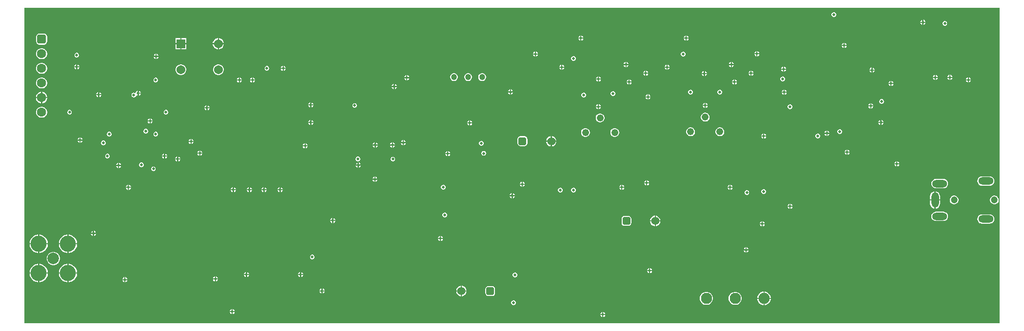
<source format=gbr>
G04*
G04 #@! TF.GenerationSoftware,Altium Limited,Altium Designer,25.5.2 (35)*
G04*
G04 Layer_Physical_Order=4*
G04 Layer_Color=6736896*
%FSLAX44Y44*%
%MOMM*%
G71*
G04*
G04 #@! TF.SameCoordinates,F6FF292E-385D-4CED-94FC-DDC138C61579*
G04*
G04*
G04 #@! TF.FilePolarity,Positive*
G04*
G01*
G75*
%ADD130R,1.5400X1.5400*%
%ADD131C,1.5400*%
%ADD146C,2.8000*%
%ADD147C,1.4000*%
%ADD148C,1.6000*%
%ADD149O,1.3080X2.6160*%
%ADD150C,1.9500*%
G04:AMPARAMS|DCode=151|XSize=1.4mm|YSize=1.4mm|CornerRadius=0.35mm|HoleSize=0mm|Usage=FLASHONLY|Rotation=180.000|XOffset=0mm|YOffset=0mm|HoleType=Round|Shape=RoundedRectangle|*
%AMROUNDEDRECTD151*
21,1,1.4000,0.7000,0,0,180.0*
21,1,0.7000,1.4000,0,0,180.0*
1,1,0.7000,-0.3500,0.3500*
1,1,0.7000,0.3500,0.3500*
1,1,0.7000,0.3500,-0.3500*
1,1,0.7000,-0.3500,-0.3500*
%
%ADD151ROUNDEDRECTD151*%
%ADD153O,2.6160X1.3080*%
%ADD154C,1.2000*%
%ADD155C,1.2220*%
G04:AMPARAMS|DCode=157|XSize=1.6mm|YSize=1.6mm|CornerRadius=0.4mm|HoleSize=0mm|Usage=FLASHONLY|Rotation=270.000|XOffset=0mm|YOffset=0mm|HoleType=Round|Shape=RoundedRectangle|*
%AMROUNDEDRECTD157*
21,1,1.6000,0.8000,0,0,270.0*
21,1,0.8000,1.6000,0,0,270.0*
1,1,0.8000,-0.4000,-0.4000*
1,1,0.8000,-0.4000,0.4000*
1,1,0.8000,0.4000,0.4000*
1,1,0.8000,0.4000,-0.4000*
%
%ADD157ROUNDEDRECTD157*%
%ADD158C,2.0000*%
%ADD159C,1.0300*%
%ADD160C,0.5000*%
G36*
X1957832Y264160D02*
X264160D01*
Y811784D01*
X1957832D01*
Y264160D01*
D02*
G37*
%LPC*%
G36*
X1670596Y803866D02*
X1668996D01*
X1667519Y803254D01*
X1666388Y802123D01*
X1665776Y800646D01*
Y799046D01*
X1666388Y797569D01*
X1667519Y796438D01*
X1668996Y795826D01*
X1670596D01*
X1672073Y796438D01*
X1673204Y797569D01*
X1673816Y799046D01*
Y800646D01*
X1673204Y802123D01*
X1672073Y803254D01*
X1670596Y803866D01*
D02*
G37*
G36*
X1825228Y791095D02*
Y787638D01*
X1828685D01*
X1828043Y789187D01*
X1826777Y790453D01*
X1825228Y791095D01*
D02*
G37*
G36*
X1823228D02*
X1821679Y790453D01*
X1820413Y789187D01*
X1819772Y787638D01*
X1823228D01*
Y791095D01*
D02*
G37*
G36*
X1828685Y785638D02*
X1825228D01*
Y782181D01*
X1826777Y782823D01*
X1828043Y784089D01*
X1828685Y785638D01*
D02*
G37*
G36*
X1823228D02*
X1819772D01*
X1820413Y784089D01*
X1821679Y782823D01*
X1823228Y782181D01*
Y785638D01*
D02*
G37*
G36*
X1863128Y788626D02*
X1861528D01*
X1860051Y788014D01*
X1858920Y786883D01*
X1858308Y785406D01*
Y783806D01*
X1858920Y782329D01*
X1860051Y781198D01*
X1861528Y780586D01*
X1863128D01*
X1864605Y781198D01*
X1865736Y782329D01*
X1866348Y783806D01*
Y785406D01*
X1865736Y786883D01*
X1864605Y788014D01*
X1863128Y788626D01*
D02*
G37*
G36*
X1414256Y763662D02*
Y760206D01*
X1417713D01*
X1417071Y761755D01*
X1415805Y763021D01*
X1414256Y763662D01*
D02*
G37*
G36*
X1412256D02*
X1410707Y763021D01*
X1409441Y761755D01*
X1408799Y760206D01*
X1412256D01*
Y763662D01*
D02*
G37*
G36*
X1231376D02*
Y760206D01*
X1234833D01*
X1234191Y761755D01*
X1232925Y763021D01*
X1231376Y763662D01*
D02*
G37*
G36*
X1229376D02*
X1227827Y763021D01*
X1226561Y761755D01*
X1225919Y760206D01*
X1229376D01*
Y763662D01*
D02*
G37*
G36*
X1417713Y758206D02*
X1414256D01*
Y754750D01*
X1415805Y755391D01*
X1417071Y756657D01*
X1417713Y758206D01*
D02*
G37*
G36*
X1412256D02*
X1408799D01*
X1409441Y756657D01*
X1410707Y755391D01*
X1412256Y754750D01*
Y758206D01*
D02*
G37*
G36*
X1234833D02*
X1231376D01*
Y754750D01*
X1232925Y755391D01*
X1234191Y756657D01*
X1234833Y758206D01*
D02*
G37*
G36*
X1229376D02*
X1225919D01*
X1226561Y756657D01*
X1227827Y755391D01*
X1229376Y754750D01*
Y758206D01*
D02*
G37*
G36*
X602229Y759148D02*
X601952D01*
Y750448D01*
X610652D01*
Y750725D01*
X609991Y753192D01*
X608714Y755404D01*
X606908Y757210D01*
X604696Y758487D01*
X602229Y759148D01*
D02*
G37*
G36*
X599952D02*
X599675D01*
X597208Y758487D01*
X594996Y757210D01*
X593190Y755404D01*
X591913Y753192D01*
X591252Y750725D01*
Y750448D01*
X599952D01*
Y759148D01*
D02*
G37*
G36*
X545652D02*
X536952D01*
Y750448D01*
X545652D01*
Y759148D01*
D02*
G37*
G36*
X534952D02*
X526252D01*
Y750448D01*
X534952D01*
Y759148D01*
D02*
G37*
G36*
X298132Y767056D02*
X290132D01*
X287978Y766628D01*
X286152Y765408D01*
X284932Y763582D01*
X284504Y761428D01*
Y753428D01*
X284932Y751274D01*
X286152Y749448D01*
X287978Y748228D01*
X290132Y747800D01*
X298132D01*
X300286Y748228D01*
X302112Y749448D01*
X303332Y751274D01*
X303760Y753428D01*
Y761428D01*
X303332Y763582D01*
X302112Y765408D01*
X300286Y766628D01*
X298132Y767056D01*
D02*
G37*
G36*
X1688576Y750963D02*
Y747506D01*
X1692032D01*
X1691391Y749055D01*
X1690125Y750321D01*
X1688576Y750963D01*
D02*
G37*
G36*
X1686576D02*
X1685027Y750321D01*
X1683761Y749055D01*
X1683120Y747506D01*
X1686576D01*
Y750963D01*
D02*
G37*
G36*
X1692032Y745506D02*
X1688576D01*
Y742049D01*
X1690125Y742691D01*
X1691391Y743957D01*
X1692032Y745506D01*
D02*
G37*
G36*
X1686576D02*
X1683120D01*
X1683761Y743957D01*
X1685027Y742691D01*
X1686576Y742049D01*
Y745506D01*
D02*
G37*
G36*
X610652Y748448D02*
X601952D01*
Y739748D01*
X602229D01*
X604696Y740409D01*
X606908Y741686D01*
X608714Y743492D01*
X609991Y745704D01*
X610652Y748171D01*
Y748448D01*
D02*
G37*
G36*
X599952D02*
X591252D01*
Y748171D01*
X591913Y745704D01*
X593190Y743492D01*
X594996Y741686D01*
X597208Y740409D01*
X599675Y739748D01*
X599952D01*
Y748448D01*
D02*
G37*
G36*
X545652D02*
X536952D01*
Y739748D01*
X545652D01*
Y748448D01*
D02*
G37*
G36*
X534952D02*
X526252D01*
Y739748D01*
X534952D01*
Y748448D01*
D02*
G37*
G36*
X1537011Y736443D02*
Y732987D01*
X1540468D01*
X1539826Y734536D01*
X1538560Y735801D01*
X1537011Y736443D01*
D02*
G37*
G36*
X1535011D02*
X1533462Y735801D01*
X1532196Y734536D01*
X1531555Y732987D01*
X1535011D01*
Y736443D01*
D02*
G37*
G36*
X1152636Y735976D02*
Y732520D01*
X1156093D01*
X1155451Y734069D01*
X1154185Y735335D01*
X1152636Y735976D01*
D02*
G37*
G36*
X1150636D02*
X1149087Y735335D01*
X1147821Y734069D01*
X1147179Y732520D01*
X1150636D01*
Y735976D01*
D02*
G37*
G36*
X493938Y731985D02*
Y728529D01*
X497395D01*
X496753Y730078D01*
X495487Y731344D01*
X493938Y731985D01*
D02*
G37*
G36*
X491938D02*
X490389Y731344D01*
X489123Y730078D01*
X488481Y728529D01*
X491938D01*
Y731985D01*
D02*
G37*
G36*
X1540468Y730987D02*
X1537011D01*
Y727530D01*
X1538560Y728172D01*
X1539826Y729438D01*
X1540468Y730987D01*
D02*
G37*
G36*
X1535011D02*
X1531555D01*
X1532196Y729438D01*
X1533462Y728172D01*
X1535011Y727530D01*
Y730987D01*
D02*
G37*
G36*
X1408976Y735286D02*
X1407376D01*
X1405899Y734674D01*
X1404768Y733543D01*
X1404156Y732066D01*
Y730466D01*
X1404768Y728989D01*
X1405899Y727858D01*
X1407376Y727246D01*
X1408976D01*
X1410453Y727858D01*
X1411584Y728989D01*
X1412196Y730466D01*
Y732066D01*
X1411584Y733543D01*
X1410453Y734674D01*
X1408976Y735286D01*
D02*
G37*
G36*
X1156093Y730520D02*
X1152636D01*
Y727064D01*
X1154185Y727705D01*
X1155451Y728971D01*
X1156093Y730520D01*
D02*
G37*
G36*
X1150636D02*
X1147179D01*
X1147821Y728971D01*
X1149087Y727705D01*
X1150636Y727064D01*
Y730520D01*
D02*
G37*
G36*
X355892Y733508D02*
X354292D01*
X352815Y732896D01*
X351684Y731765D01*
X351072Y730288D01*
Y728688D01*
X351684Y727211D01*
X352815Y726080D01*
X354292Y725468D01*
X355892D01*
X357369Y726080D01*
X358500Y727211D01*
X359112Y728688D01*
Y730288D01*
X358500Y731765D01*
X357369Y732896D01*
X355892Y733508D01*
D02*
G37*
G36*
X497395Y726529D02*
X493938D01*
Y723072D01*
X495487Y723714D01*
X496753Y724980D01*
X497395Y726529D01*
D02*
G37*
G36*
X491938D02*
X488481D01*
X489123Y724980D01*
X490389Y723714D01*
X491938Y723072D01*
Y726529D01*
D02*
G37*
G36*
X295385Y741548D02*
X292879D01*
X290457Y740899D01*
X288287Y739646D01*
X286514Y737873D01*
X285261Y735703D01*
X284612Y733281D01*
Y730775D01*
X285261Y728353D01*
X286514Y726183D01*
X288287Y724410D01*
X290457Y723157D01*
X292879Y722508D01*
X295385D01*
X297807Y723157D01*
X299977Y724410D01*
X301750Y726183D01*
X303003Y728353D01*
X303652Y730775D01*
Y733281D01*
X303003Y735703D01*
X301750Y737873D01*
X299977Y739646D01*
X297807Y740899D01*
X295385Y741548D01*
D02*
G37*
G36*
X1218476Y727666D02*
X1216876D01*
X1215399Y727054D01*
X1214268Y725923D01*
X1213656Y724446D01*
Y722846D01*
X1214268Y721369D01*
X1215399Y720238D01*
X1216876Y719626D01*
X1218476D01*
X1219953Y720238D01*
X1221084Y721369D01*
X1221696Y722846D01*
Y724446D01*
X1221084Y725923D01*
X1219953Y727054D01*
X1218476Y727666D01*
D02*
G37*
G36*
X1492728Y717679D02*
Y714223D01*
X1496184D01*
X1495543Y715772D01*
X1494277Y717038D01*
X1492728Y717679D01*
D02*
G37*
G36*
X1490728D02*
X1489179Y717038D01*
X1487913Y715772D01*
X1487271Y714223D01*
X1490728D01*
Y717679D01*
D02*
G37*
G36*
X1309848D02*
Y714223D01*
X1313304D01*
X1312663Y715772D01*
X1311397Y717038D01*
X1309848Y717679D01*
D02*
G37*
G36*
X1307848D02*
X1306299Y717038D01*
X1305033Y715772D01*
X1304391Y714223D01*
X1307848D01*
Y717679D01*
D02*
G37*
G36*
X356092Y713624D02*
Y710168D01*
X359548D01*
X358907Y711717D01*
X357641Y712983D01*
X356092Y713624D01*
D02*
G37*
G36*
X354092D02*
X352543Y712983D01*
X351277Y711717D01*
X350635Y710168D01*
X354092D01*
Y713624D01*
D02*
G37*
G36*
X1381239Y713076D02*
Y709620D01*
X1384696D01*
X1384054Y711169D01*
X1382788Y712435D01*
X1381239Y713076D01*
D02*
G37*
G36*
X1379239D02*
X1377690Y712435D01*
X1376424Y711169D01*
X1375783Y709620D01*
X1379239D01*
Y713076D01*
D02*
G37*
G36*
X1198359D02*
Y709620D01*
X1201816D01*
X1201174Y711169D01*
X1199908Y712435D01*
X1198359Y713076D01*
D02*
G37*
G36*
X1196359D02*
X1194810Y712435D01*
X1193544Y711169D01*
X1192903Y709620D01*
X1196359D01*
Y713076D01*
D02*
G37*
G36*
X1496184Y712223D02*
X1492728D01*
Y708766D01*
X1494277Y709408D01*
X1495543Y710674D01*
X1496184Y712223D01*
D02*
G37*
G36*
X1490728D02*
X1487271D01*
X1487913Y710674D01*
X1489179Y709408D01*
X1490728Y708766D01*
Y712223D01*
D02*
G37*
G36*
X1313304D02*
X1309848D01*
Y708766D01*
X1311397Y709408D01*
X1312663Y710674D01*
X1313304Y712223D01*
D02*
G37*
G36*
X1307848D02*
X1304391D01*
X1305033Y710674D01*
X1306299Y709408D01*
X1307848Y708766D01*
Y712223D01*
D02*
G37*
G36*
X714612Y711085D02*
Y707628D01*
X718068D01*
X717427Y709177D01*
X716161Y710443D01*
X714612Y711085D01*
D02*
G37*
G36*
X712612D02*
X711063Y710443D01*
X709797Y709177D01*
X709156Y707628D01*
X712612D01*
Y711085D01*
D02*
G37*
G36*
X1583409Y709742D02*
Y706285D01*
X1586865D01*
X1586223Y707834D01*
X1584958Y709100D01*
X1583409Y709742D01*
D02*
G37*
G36*
X1581409D02*
X1579860Y709100D01*
X1578594Y707834D01*
X1577952Y706285D01*
X1581409D01*
Y709742D01*
D02*
G37*
G36*
X359548Y708168D02*
X356092D01*
Y704712D01*
X357641Y705353D01*
X358907Y706619D01*
X359548Y708168D01*
D02*
G37*
G36*
X354092D02*
X350635D01*
X351277Y706619D01*
X352543Y705353D01*
X354092Y704712D01*
Y708168D01*
D02*
G37*
G36*
X1736988Y708118D02*
Y704661D01*
X1740445D01*
X1739803Y706210D01*
X1738537Y707476D01*
X1736988Y708118D01*
D02*
G37*
G36*
X1734988D02*
X1733439Y707476D01*
X1732173Y706210D01*
X1731532Y704661D01*
X1734988D01*
Y708118D01*
D02*
G37*
G36*
X1384696Y707620D02*
X1381239D01*
Y704163D01*
X1382788Y704805D01*
X1384054Y706071D01*
X1384696Y707620D01*
D02*
G37*
G36*
X1379239D02*
X1375783D01*
X1376424Y706071D01*
X1377690Y704805D01*
X1379239Y704163D01*
Y707620D01*
D02*
G37*
G36*
X1201816D02*
X1198359D01*
Y704163D01*
X1199908Y704805D01*
X1201174Y706071D01*
X1201816Y707620D01*
D02*
G37*
G36*
X1196359D02*
X1192903D01*
X1193544Y706071D01*
X1194810Y704805D01*
X1196359Y704163D01*
Y707620D01*
D02*
G37*
G36*
X686092Y710648D02*
X684492D01*
X683015Y710036D01*
X681884Y708905D01*
X681272Y707428D01*
Y705828D01*
X681884Y704351D01*
X683015Y703220D01*
X684492Y702608D01*
X686092D01*
X687569Y703220D01*
X688700Y704351D01*
X689312Y705828D01*
Y707428D01*
X688700Y708905D01*
X687569Y710036D01*
X686092Y710648D01*
D02*
G37*
G36*
X718068Y705628D02*
X714612D01*
Y702171D01*
X716161Y702813D01*
X717427Y704079D01*
X718068Y705628D01*
D02*
G37*
G36*
X712612D02*
X709156D01*
X709797Y704079D01*
X711063Y702813D01*
X712612Y702171D01*
Y705628D01*
D02*
G37*
G36*
X1586865Y704285D02*
X1583409D01*
Y700828D01*
X1584958Y701470D01*
X1586223Y702736D01*
X1586865Y704285D01*
D02*
G37*
G36*
X1581409D02*
X1577952D01*
X1578594Y702736D01*
X1579860Y701470D01*
X1581409Y700828D01*
Y704285D01*
D02*
G37*
G36*
X1526686Y702762D02*
Y699306D01*
X1530143D01*
X1529501Y700855D01*
X1528235Y702121D01*
X1526686Y702762D01*
D02*
G37*
G36*
X1524686D02*
X1523137Y702121D01*
X1521871Y700855D01*
X1521230Y699306D01*
X1524686D01*
Y702762D01*
D02*
G37*
G36*
X1343806D02*
Y699306D01*
X1347263D01*
X1346621Y700855D01*
X1345355Y702121D01*
X1343806Y702762D01*
D02*
G37*
G36*
X1341806D02*
X1340257Y702121D01*
X1338991Y700855D01*
X1338350Y699306D01*
X1341806D01*
Y702762D01*
D02*
G37*
G36*
X1740445Y702662D02*
X1736988D01*
Y699205D01*
X1738537Y699847D01*
X1739803Y701112D01*
X1740445Y702662D01*
D02*
G37*
G36*
X1734988D02*
X1731532D01*
X1732173Y701112D01*
X1733439Y699847D01*
X1734988Y699205D01*
Y702662D01*
D02*
G37*
G36*
X1445770Y702003D02*
Y698546D01*
X1449227D01*
X1448585Y700095D01*
X1447319Y701361D01*
X1445770Y702003D01*
D02*
G37*
G36*
X1443770D02*
X1442221Y701361D01*
X1440955Y700095D01*
X1440314Y698546D01*
X1443770D01*
Y702003D01*
D02*
G37*
G36*
X295385Y716148D02*
X292879D01*
X290457Y715499D01*
X288287Y714246D01*
X286514Y712473D01*
X285261Y710303D01*
X284612Y707881D01*
Y705375D01*
X285261Y702953D01*
X286514Y700783D01*
X288287Y699010D01*
X290457Y697757D01*
X292879Y697108D01*
X295385D01*
X297807Y697757D01*
X299977Y699010D01*
X301750Y700783D01*
X303003Y702953D01*
X303652Y705375D01*
Y707881D01*
X303003Y710303D01*
X301750Y712473D01*
X299977Y714246D01*
X297807Y715499D01*
X295385Y716148D01*
D02*
G37*
G36*
X602166Y713668D02*
X599738D01*
X597393Y713040D01*
X595291Y711826D01*
X593574Y710109D01*
X592360Y708007D01*
X591732Y705662D01*
Y703234D01*
X592360Y700889D01*
X593574Y698787D01*
X595291Y697070D01*
X597393Y695856D01*
X599738Y695228D01*
X602166D01*
X604511Y695856D01*
X606613Y697070D01*
X608330Y698787D01*
X609544Y700889D01*
X610172Y703234D01*
Y705662D01*
X609544Y708007D01*
X608330Y710109D01*
X606613Y711826D01*
X604511Y713040D01*
X602166Y713668D01*
D02*
G37*
G36*
X537166D02*
X534738D01*
X532393Y713040D01*
X530291Y711826D01*
X528574Y710109D01*
X527360Y708007D01*
X526732Y705662D01*
Y703234D01*
X527360Y700889D01*
X528574Y698787D01*
X530291Y697070D01*
X532393Y695856D01*
X534738Y695228D01*
X537166D01*
X539511Y695856D01*
X541613Y697070D01*
X543330Y698787D01*
X544544Y700889D01*
X545172Y703234D01*
Y705662D01*
X544544Y708007D01*
X543330Y710109D01*
X541613Y711826D01*
X539511Y713040D01*
X537166Y713668D01*
D02*
G37*
G36*
X1530143Y697306D02*
X1526686D01*
Y693849D01*
X1528235Y694491D01*
X1529501Y695757D01*
X1530143Y697306D01*
D02*
G37*
G36*
X1524686D02*
X1521230D01*
X1521871Y695757D01*
X1523137Y694491D01*
X1524686Y693849D01*
Y697306D01*
D02*
G37*
G36*
X1347263D02*
X1343806D01*
Y693849D01*
X1345355Y694491D01*
X1346621Y695757D01*
X1347263Y697306D01*
D02*
G37*
G36*
X1341806D02*
X1338350D01*
X1338991Y695757D01*
X1340257Y694491D01*
X1341806Y693849D01*
Y697306D01*
D02*
G37*
G36*
X1449227Y696546D02*
X1445770D01*
Y693090D01*
X1447319Y693731D01*
X1448585Y694997D01*
X1449227Y696546D01*
D02*
G37*
G36*
X1443770D02*
X1440314D01*
X1440955Y694997D01*
X1442221Y693731D01*
X1443770Y693090D01*
Y696546D01*
D02*
G37*
G36*
X1872114Y695431D02*
Y691974D01*
X1875571D01*
X1874929Y693523D01*
X1873663Y694789D01*
X1872114Y695431D01*
D02*
G37*
G36*
X1870114D02*
X1868565Y694789D01*
X1867299Y693523D01*
X1866658Y691974D01*
X1870114D01*
Y695431D01*
D02*
G37*
G36*
X1846818Y695337D02*
Y691880D01*
X1850275D01*
X1849633Y693429D01*
X1848367Y694695D01*
X1846818Y695337D01*
D02*
G37*
G36*
X1844818D02*
X1843269Y694695D01*
X1842003Y693429D01*
X1841362Y691880D01*
X1844818D01*
Y695337D01*
D02*
G37*
G36*
X929131Y694832D02*
Y691375D01*
X932588D01*
X931946Y692924D01*
X930680Y694190D01*
X929131Y694832D01*
D02*
G37*
G36*
X927132D02*
X925583Y694190D01*
X924317Y692924D01*
X923675Y691375D01*
X927132D01*
Y694832D01*
D02*
G37*
G36*
X1261856Y692542D02*
Y689086D01*
X1265312D01*
X1264671Y690635D01*
X1263405Y691901D01*
X1261856Y692542D01*
D02*
G37*
G36*
X1259856D02*
X1258307Y691901D01*
X1257041Y690635D01*
X1256400Y689086D01*
X1259856D01*
Y692542D01*
D02*
G37*
G36*
X1904222Y691019D02*
Y687562D01*
X1907679D01*
X1907037Y689111D01*
X1905771Y690377D01*
X1904222Y691019D01*
D02*
G37*
G36*
X1902222D02*
X1900673Y690377D01*
X1899407Y689111D01*
X1898766Y687562D01*
X1902222D01*
Y691019D01*
D02*
G37*
G36*
X661272Y690764D02*
Y687308D01*
X664728D01*
X664087Y688857D01*
X662821Y690123D01*
X661272Y690764D01*
D02*
G37*
G36*
X659272D02*
X657723Y690123D01*
X656457Y688857D01*
X655816Y687308D01*
X659272D01*
Y690764D01*
D02*
G37*
G36*
X638412D02*
Y687308D01*
X641869D01*
X641227Y688857D01*
X639961Y690123D01*
X638412Y690764D01*
D02*
G37*
G36*
X636412D02*
X634863Y690123D01*
X633597Y688857D01*
X632956Y687308D01*
X636412D01*
Y690764D01*
D02*
G37*
G36*
X1875571Y689974D02*
X1872114D01*
Y686518D01*
X1873663Y687159D01*
X1874929Y688425D01*
X1875571Y689974D01*
D02*
G37*
G36*
X1870114D02*
X1866658D01*
X1867299Y688425D01*
X1868565Y687159D01*
X1870114Y686518D01*
Y689974D01*
D02*
G37*
G36*
X1850275Y689880D02*
X1846818D01*
Y686423D01*
X1848367Y687065D01*
X1849633Y688331D01*
X1850275Y689880D01*
D02*
G37*
G36*
X1844818D02*
X1841362D01*
X1842003Y688331D01*
X1843269Y687065D01*
X1844818Y686423D01*
Y689880D01*
D02*
G37*
G36*
X932588Y689375D02*
X929131D01*
Y685919D01*
X930680Y686561D01*
X931946Y687826D01*
X932588Y689375D01*
D02*
G37*
G36*
X927132D02*
X923675D01*
X924317Y687826D01*
X925583Y686561D01*
X927132Y685919D01*
Y689375D01*
D02*
G37*
G36*
X1059836Y698061D02*
X1058079D01*
X1056383Y697607D01*
X1054862Y696729D01*
X1053620Y695487D01*
X1052742Y693966D01*
X1052288Y692270D01*
Y690513D01*
X1052742Y688817D01*
X1053620Y687296D01*
X1054862Y686054D01*
X1056383Y685176D01*
X1058079Y684721D01*
X1059836D01*
X1061532Y685176D01*
X1063053Y686054D01*
X1064295Y687296D01*
X1065173Y688817D01*
X1065628Y690513D01*
Y692270D01*
X1065173Y693966D01*
X1064295Y695487D01*
X1063053Y696729D01*
X1061532Y697607D01*
X1059836Y698061D01*
D02*
G37*
G36*
X1035436D02*
X1033679D01*
X1031983Y697607D01*
X1030462Y696729D01*
X1029220Y695487D01*
X1028342Y693966D01*
X1027887Y692270D01*
Y690513D01*
X1028342Y688817D01*
X1029220Y687296D01*
X1030462Y686054D01*
X1031983Y685176D01*
X1033679Y684721D01*
X1035436D01*
X1037132Y685176D01*
X1038653Y686054D01*
X1039895Y687296D01*
X1040773Y688817D01*
X1041227Y690513D01*
Y692270D01*
X1040773Y693966D01*
X1039895Y695487D01*
X1038653Y696729D01*
X1037132Y697607D01*
X1035436Y698061D01*
D02*
G37*
G36*
X1011036D02*
X1009279D01*
X1007583Y697607D01*
X1006062Y696729D01*
X1004820Y695487D01*
X1003942Y693966D01*
X1003487Y692270D01*
Y690513D01*
X1003942Y688817D01*
X1004820Y687296D01*
X1006062Y686054D01*
X1007583Y685176D01*
X1009279Y684721D01*
X1011036D01*
X1012732Y685176D01*
X1014253Y686054D01*
X1015495Y687296D01*
X1016373Y688817D01*
X1016827Y690513D01*
Y692270D01*
X1016373Y693966D01*
X1015495Y695487D01*
X1014253Y696729D01*
X1012732Y697607D01*
X1011036Y698061D01*
D02*
G37*
G36*
X1581696Y692106D02*
X1580096D01*
X1578619Y691494D01*
X1577488Y690363D01*
X1576876Y688886D01*
Y687286D01*
X1577488Y685809D01*
X1578619Y684678D01*
X1580096Y684066D01*
X1581696D01*
X1583173Y684678D01*
X1584304Y685809D01*
X1584916Y687286D01*
Y688886D01*
X1584304Y690363D01*
X1583173Y691494D01*
X1581696Y692106D01*
D02*
G37*
G36*
X1498076Y687462D02*
Y684006D01*
X1501532D01*
X1500891Y685555D01*
X1499625Y686821D01*
X1498076Y687462D01*
D02*
G37*
G36*
X1496076D02*
X1494527Y686821D01*
X1493261Y685555D01*
X1492619Y684006D01*
X1496076D01*
Y687462D01*
D02*
G37*
G36*
X1315196D02*
Y684006D01*
X1318652D01*
X1318011Y685555D01*
X1316745Y686821D01*
X1315196Y687462D01*
D02*
G37*
G36*
X1313196D02*
X1311647Y686821D01*
X1310381Y685555D01*
X1309740Y684006D01*
X1313196D01*
Y687462D01*
D02*
G37*
G36*
X1265312Y687086D02*
X1261856D01*
Y683630D01*
X1263405Y684271D01*
X1264671Y685537D01*
X1265312Y687086D01*
D02*
G37*
G36*
X1259856D02*
X1256400D01*
X1257041Y685537D01*
X1258307Y684271D01*
X1259856Y683630D01*
Y687086D01*
D02*
G37*
G36*
X493052Y690328D02*
X491452D01*
X489975Y689716D01*
X488844Y688585D01*
X488232Y687108D01*
Y685508D01*
X488844Y684031D01*
X489975Y682900D01*
X491452Y682288D01*
X493052D01*
X494529Y682900D01*
X495660Y684031D01*
X496272Y685508D01*
Y687108D01*
X495660Y688585D01*
X494529Y689716D01*
X493052Y690328D01*
D02*
G37*
G36*
X1907679Y685562D02*
X1904222D01*
Y682105D01*
X1905771Y682747D01*
X1907037Y684013D01*
X1907679Y685562D01*
D02*
G37*
G36*
X1902222D02*
X1898766D01*
X1899407Y684013D01*
X1900673Y682747D01*
X1902222Y682105D01*
Y685562D01*
D02*
G37*
G36*
X664728Y685308D02*
X661272D01*
Y681852D01*
X662821Y682493D01*
X664087Y683759D01*
X664728Y685308D01*
D02*
G37*
G36*
X659272D02*
X655816D01*
X656457Y683759D01*
X657723Y682493D01*
X659272Y681852D01*
Y685308D01*
D02*
G37*
G36*
X641869D02*
X638412D01*
Y681852D01*
X639961Y682493D01*
X641227Y683759D01*
X641869Y685308D01*
D02*
G37*
G36*
X636412D02*
X632956D01*
X633597Y683759D01*
X634863Y682493D01*
X636412Y681852D01*
Y685308D01*
D02*
G37*
G36*
X1769856Y684922D02*
Y681466D01*
X1773313D01*
X1772671Y683015D01*
X1771405Y684281D01*
X1769856Y684922D01*
D02*
G37*
G36*
X1767856D02*
X1766307Y684281D01*
X1765041Y683015D01*
X1764400Y681466D01*
X1767856D01*
Y684922D01*
D02*
G37*
G36*
X1501532Y682006D02*
X1498076D01*
Y678549D01*
X1499625Y679191D01*
X1500891Y680457D01*
X1501532Y682006D01*
D02*
G37*
G36*
X1496076D02*
X1492619D01*
X1493261Y680457D01*
X1494527Y679191D01*
X1496076Y678549D01*
Y682006D01*
D02*
G37*
G36*
X1318652D02*
X1315196D01*
Y678549D01*
X1316745Y679191D01*
X1318011Y680457D01*
X1318652Y682006D01*
D02*
G37*
G36*
X1313196D02*
X1309740D01*
X1310381Y680457D01*
X1311647Y679191D01*
X1313196Y678549D01*
Y682006D01*
D02*
G37*
G36*
X907288Y679592D02*
Y676135D01*
X910744D01*
X910102Y677684D01*
X908837Y678950D01*
X907288Y679592D01*
D02*
G37*
G36*
X905287D02*
X903738Y678950D01*
X902473Y677684D01*
X901831Y676135D01*
X905287D01*
Y679592D01*
D02*
G37*
G36*
X1773313Y679466D02*
X1769856D01*
Y676010D01*
X1771405Y676651D01*
X1772671Y677917D01*
X1773313Y679466D01*
D02*
G37*
G36*
X1767856D02*
X1764400D01*
X1765041Y677917D01*
X1766307Y676651D01*
X1767856Y676010D01*
Y679466D01*
D02*
G37*
G36*
X295385Y690748D02*
X292879D01*
X290457Y690099D01*
X288287Y688846D01*
X286514Y687073D01*
X285261Y684903D01*
X284612Y682481D01*
Y679975D01*
X285261Y677553D01*
X286514Y675383D01*
X288287Y673610D01*
X290457Y672357D01*
X292879Y671708D01*
X295385D01*
X297807Y672357D01*
X299977Y673610D01*
X301750Y675383D01*
X303003Y677553D01*
X303652Y679975D01*
Y682481D01*
X303003Y684903D01*
X301750Y687073D01*
X299977Y688846D01*
X297807Y690099D01*
X295385Y690748D01*
D02*
G37*
G36*
X910744Y674135D02*
X907288D01*
Y670679D01*
X908837Y671320D01*
X910102Y672586D01*
X910744Y674135D01*
D02*
G37*
G36*
X905287D02*
X901831D01*
X902473Y672586D01*
X903738Y671320D01*
X905287Y670679D01*
Y674135D01*
D02*
G37*
G36*
X1109073Y670132D02*
Y666675D01*
X1112529D01*
X1111888Y668224D01*
X1110622Y669490D01*
X1109073Y670132D01*
D02*
G37*
G36*
X1107073D02*
X1105524Y669490D01*
X1104258Y668224D01*
X1103616Y666675D01*
X1107073D01*
Y670132D01*
D02*
G37*
G36*
X1584436Y669682D02*
Y666226D01*
X1587892D01*
X1587251Y667775D01*
X1585985Y669041D01*
X1584436Y669682D01*
D02*
G37*
G36*
X1582436D02*
X1580887Y669041D01*
X1579621Y667775D01*
X1578979Y666226D01*
X1582436D01*
Y669682D01*
D02*
G37*
G36*
X462772Y667905D02*
Y664448D01*
X466228D01*
X465587Y665997D01*
X464321Y667263D01*
X462772Y667905D01*
D02*
G37*
G36*
X460772D02*
X459223Y667263D01*
X457957Y665997D01*
X457400Y664651D01*
X457345Y664583D01*
X456297Y664003D01*
X455748Y663811D01*
X455005Y664119D01*
X453406D01*
X451928Y663507D01*
X450798Y662376D01*
X450186Y660899D01*
Y659299D01*
X450798Y657822D01*
X451928Y656691D01*
X453406Y656079D01*
X455005D01*
X456483Y656691D01*
X457614Y657822D01*
X457984Y658717D01*
X458834Y659346D01*
X459750Y659415D01*
X460772Y658991D01*
Y663448D01*
Y667905D01*
D02*
G37*
G36*
X394192Y665365D02*
Y661908D01*
X397649D01*
X397007Y663457D01*
X395741Y664723D01*
X394192Y665365D01*
D02*
G37*
G36*
X392192D02*
X390643Y664723D01*
X389377Y663457D01*
X388736Y661908D01*
X392192D01*
Y665365D01*
D02*
G37*
G36*
X1112529Y664675D02*
X1109073D01*
Y661219D01*
X1110622Y661861D01*
X1111888Y663126D01*
X1112529Y664675D01*
D02*
G37*
G36*
X1107073D02*
X1103616D01*
X1104258Y663126D01*
X1105524Y661861D01*
X1107073Y661219D01*
Y664675D01*
D02*
G37*
G36*
X1472476Y669246D02*
X1470876D01*
X1469399Y668634D01*
X1468268Y667503D01*
X1467656Y666026D01*
Y664426D01*
X1468268Y662949D01*
X1469399Y661818D01*
X1470876Y661206D01*
X1472476D01*
X1473953Y661818D01*
X1475084Y662949D01*
X1475696Y664426D01*
Y666026D01*
X1475084Y667503D01*
X1473953Y668634D01*
X1472476Y669246D01*
D02*
G37*
G36*
X1421676D02*
X1420076D01*
X1418599Y668634D01*
X1417468Y667503D01*
X1416856Y666026D01*
Y664426D01*
X1417468Y662949D01*
X1418599Y661818D01*
X1420076Y661206D01*
X1421676D01*
X1423153Y661818D01*
X1424284Y662949D01*
X1424896Y664426D01*
Y666026D01*
X1424284Y667503D01*
X1423153Y668634D01*
X1421676Y669246D01*
D02*
G37*
G36*
X1587892Y664226D02*
X1584436D01*
Y660770D01*
X1585985Y661411D01*
X1587251Y662677D01*
X1587892Y664226D01*
D02*
G37*
G36*
X1582436D02*
X1578979D01*
X1579621Y662677D01*
X1580887Y661411D01*
X1582436Y660770D01*
Y664226D01*
D02*
G37*
G36*
X466228Y662448D02*
X462772D01*
Y658991D01*
X464321Y659633D01*
X465587Y660899D01*
X466228Y662448D01*
D02*
G37*
G36*
X1287056Y666706D02*
X1285456D01*
X1283979Y666094D01*
X1282848Y664963D01*
X1282236Y663486D01*
Y661886D01*
X1282848Y660409D01*
X1283979Y659278D01*
X1285456Y658666D01*
X1287056D01*
X1288533Y659278D01*
X1289664Y660409D01*
X1290276Y661886D01*
Y663486D01*
X1289664Y664963D01*
X1288533Y666094D01*
X1287056Y666706D01*
D02*
G37*
G36*
X1347962Y661554D02*
Y658098D01*
X1351418D01*
X1350777Y659647D01*
X1349511Y660913D01*
X1347962Y661554D01*
D02*
G37*
G36*
X1345962D02*
X1344413Y660913D01*
X1343147Y659647D01*
X1342505Y658098D01*
X1345962D01*
Y661554D01*
D02*
G37*
G36*
X295448Y665828D02*
X295132D01*
Y656828D01*
X304132D01*
Y657144D01*
X303451Y659688D01*
X302134Y661968D01*
X300272Y663830D01*
X297992Y665146D01*
X295448Y665828D01*
D02*
G37*
G36*
X293132D02*
X292815D01*
X290272Y665146D01*
X287992Y663830D01*
X286130Y661968D01*
X284813Y659688D01*
X284132Y657144D01*
Y656828D01*
X293132D01*
Y665828D01*
D02*
G37*
G36*
X397649Y659908D02*
X394192D01*
Y656451D01*
X395741Y657093D01*
X397007Y658359D01*
X397649Y659908D01*
D02*
G37*
G36*
X392192D02*
X388736D01*
X389377Y658359D01*
X390643Y657093D01*
X392192Y656451D01*
Y659908D01*
D02*
G37*
G36*
X1236256Y664166D02*
X1234656D01*
X1233179Y663554D01*
X1232048Y662423D01*
X1231436Y660946D01*
Y659346D01*
X1232048Y657869D01*
X1233179Y656738D01*
X1234656Y656126D01*
X1236256D01*
X1237733Y656738D01*
X1238864Y657869D01*
X1239476Y659346D01*
Y660946D01*
X1238864Y662423D01*
X1237733Y663554D01*
X1236256Y664166D01*
D02*
G37*
G36*
X1351418Y656098D02*
X1347962D01*
Y652642D01*
X1349511Y653283D01*
X1350777Y654549D01*
X1351418Y656098D01*
D02*
G37*
G36*
X1345962D02*
X1342505D01*
X1343147Y654549D01*
X1344413Y653283D01*
X1345962Y652642D01*
Y656098D01*
D02*
G37*
G36*
X304132Y654828D02*
X295132D01*
Y645828D01*
X295448D01*
X297992Y646509D01*
X300272Y647826D01*
X302134Y649688D01*
X303451Y651968D01*
X304132Y654511D01*
Y654828D01*
D02*
G37*
G36*
X293132D02*
X284132D01*
Y654511D01*
X284813Y651968D01*
X286130Y649688D01*
X287992Y647826D01*
X290272Y646509D01*
X292815Y645828D01*
X293132D01*
Y654828D01*
D02*
G37*
G36*
X1753402Y653074D02*
X1751803D01*
X1750325Y652462D01*
X1749195Y651331D01*
X1748583Y649854D01*
Y648254D01*
X1749195Y646777D01*
X1750325Y645646D01*
X1751803Y645034D01*
X1753402D01*
X1754880Y645646D01*
X1756011Y646777D01*
X1756623Y648254D01*
Y649854D01*
X1756011Y651331D01*
X1754880Y652462D01*
X1753402Y653074D01*
D02*
G37*
G36*
X762492Y647585D02*
Y644128D01*
X765948D01*
X765307Y645677D01*
X764041Y646943D01*
X762492Y647585D01*
D02*
G37*
G36*
X760492D02*
X758943Y646943D01*
X757677Y645677D01*
X757036Y644128D01*
X760492D01*
Y647585D01*
D02*
G37*
G36*
X1447276Y646823D02*
Y643366D01*
X1450733D01*
X1450091Y644915D01*
X1448825Y646181D01*
X1447276Y646823D01*
D02*
G37*
G36*
X1445276D02*
X1443727Y646181D01*
X1442461Y644915D01*
X1441819Y643366D01*
X1445276D01*
Y646823D01*
D02*
G37*
G36*
X1734839Y645871D02*
Y642414D01*
X1738295D01*
X1737653Y643963D01*
X1736388Y645229D01*
X1734839Y645871D01*
D02*
G37*
G36*
X1732838D02*
X1731290Y645229D01*
X1730024Y643963D01*
X1729382Y642414D01*
X1732838D01*
Y645871D01*
D02*
G37*
G36*
X1261838Y644453D02*
Y640996D01*
X1265294D01*
X1264653Y642545D01*
X1263387Y643811D01*
X1261838Y644453D01*
D02*
G37*
G36*
X1259838D02*
X1258289Y643811D01*
X1257023Y642545D01*
X1256381Y640996D01*
X1259838D01*
Y644453D01*
D02*
G37*
G36*
X582152Y642505D02*
Y639048D01*
X585608D01*
X584967Y640597D01*
X583701Y641863D01*
X582152Y642505D01*
D02*
G37*
G36*
X580152D02*
X578603Y641863D01*
X577337Y640597D01*
X576696Y639048D01*
X580152D01*
Y642505D01*
D02*
G37*
G36*
X765948Y642128D02*
X762492D01*
Y638671D01*
X764041Y639313D01*
X765307Y640579D01*
X765948Y642128D01*
D02*
G37*
G36*
X760492D02*
X757036D01*
X757677Y640579D01*
X758943Y639313D01*
X760492Y638671D01*
Y642128D01*
D02*
G37*
G36*
X838507Y646135D02*
X836908D01*
X835430Y645523D01*
X834299Y644392D01*
X833688Y642915D01*
Y641316D01*
X834299Y639838D01*
X835430Y638707D01*
X836908Y638095D01*
X838507D01*
X839985Y638707D01*
X841115Y639838D01*
X841728Y641316D01*
Y642915D01*
X841115Y644392D01*
X839985Y645523D01*
X838507Y646135D01*
D02*
G37*
G36*
X1450733Y641366D02*
X1447276D01*
Y637910D01*
X1448825Y638551D01*
X1450091Y639817D01*
X1450733Y641366D01*
D02*
G37*
G36*
X1445276D02*
X1441819D01*
X1442461Y639817D01*
X1443727Y638551D01*
X1445276Y637910D01*
Y641366D01*
D02*
G37*
G36*
X1738295Y640414D02*
X1734839D01*
Y636958D01*
X1736388Y637599D01*
X1737653Y638865D01*
X1738295Y640414D01*
D02*
G37*
G36*
X1732838D02*
X1729382D01*
X1730024Y638865D01*
X1731290Y637599D01*
X1732838Y636958D01*
Y640414D01*
D02*
G37*
G36*
X1594396Y643846D02*
X1592796D01*
X1591319Y643234D01*
X1590188Y642103D01*
X1589576Y640626D01*
Y639026D01*
X1590188Y637549D01*
X1591319Y636418D01*
X1592796Y635806D01*
X1594396D01*
X1595873Y636418D01*
X1597004Y637549D01*
X1597616Y639026D01*
Y640626D01*
X1597004Y642103D01*
X1595873Y643234D01*
X1594396Y643846D01*
D02*
G37*
G36*
X1265294Y638996D02*
X1261838D01*
Y635539D01*
X1263387Y636181D01*
X1264653Y637447D01*
X1265294Y638996D01*
D02*
G37*
G36*
X1259838D02*
X1256381D01*
X1257023Y637447D01*
X1258289Y636181D01*
X1259838Y635539D01*
Y638996D01*
D02*
G37*
G36*
X585608Y637048D02*
X582152D01*
Y633591D01*
X583701Y634233D01*
X584967Y635499D01*
X585608Y637048D01*
D02*
G37*
G36*
X580152D02*
X576696D01*
X577337Y635499D01*
X578603Y634233D01*
X580152Y633591D01*
Y637048D01*
D02*
G37*
G36*
X510832Y634448D02*
X509232D01*
X507755Y633836D01*
X506624Y632705D01*
X506012Y631228D01*
Y629628D01*
X506624Y628151D01*
X507755Y627020D01*
X509232Y626408D01*
X510832D01*
X512309Y627020D01*
X513440Y628151D01*
X514052Y629628D01*
Y631228D01*
X513440Y632705D01*
X512309Y633836D01*
X510832Y634448D01*
D02*
G37*
G36*
X343352D02*
X341752D01*
X340275Y633836D01*
X339144Y632705D01*
X338532Y631228D01*
Y629628D01*
X339144Y628151D01*
X340275Y627020D01*
X341752Y626408D01*
X343352D01*
X344829Y627020D01*
X345960Y628151D01*
X346572Y629628D01*
Y631228D01*
X345960Y632705D01*
X344829Y633836D01*
X343352Y634448D01*
D02*
G37*
G36*
X295385Y639948D02*
X292879D01*
X290457Y639299D01*
X288287Y638046D01*
X286514Y636273D01*
X285261Y634103D01*
X284612Y631681D01*
Y629175D01*
X285261Y626753D01*
X286514Y624583D01*
X288287Y622810D01*
X290457Y621557D01*
X292879Y620908D01*
X295385D01*
X297807Y621557D01*
X299977Y622810D01*
X301750Y624583D01*
X303003Y626753D01*
X303652Y629175D01*
Y631681D01*
X303003Y634103D01*
X301750Y636273D01*
X299977Y638046D01*
X297807Y639299D01*
X295385Y639948D01*
D02*
G37*
G36*
X483472Y619645D02*
Y616188D01*
X486928D01*
X486287Y617737D01*
X485021Y619003D01*
X483472Y619645D01*
D02*
G37*
G36*
X481472D02*
X479923Y619003D01*
X478657Y617737D01*
X478016Y616188D01*
X481472D01*
Y619645D01*
D02*
G37*
G36*
X1447280Y629676D02*
X1445271D01*
X1443331Y629156D01*
X1441591Y628152D01*
X1440170Y626731D01*
X1439166Y624991D01*
X1438646Y623050D01*
Y621041D01*
X1439166Y619101D01*
X1440170Y617361D01*
X1441591Y615941D01*
X1443331Y614936D01*
X1445271Y614416D01*
X1447280D01*
X1449221Y614936D01*
X1450961Y615941D01*
X1452381Y617361D01*
X1453386Y619101D01*
X1453906Y621041D01*
Y623050D01*
X1453386Y624991D01*
X1452381Y626731D01*
X1450961Y628152D01*
X1449221Y629156D01*
X1447280Y629676D01*
D02*
G37*
G36*
X1752330Y617104D02*
Y613648D01*
X1755786D01*
X1755145Y615197D01*
X1753879Y616463D01*
X1752330Y617104D01*
D02*
G37*
G36*
X1750330D02*
X1748781Y616463D01*
X1747515Y615197D01*
X1746873Y613648D01*
X1750330D01*
Y617104D01*
D02*
G37*
G36*
X762492D02*
Y613648D01*
X765948D01*
X765307Y615197D01*
X764041Y616463D01*
X762492Y617104D01*
D02*
G37*
G36*
X760492D02*
X758943Y616463D01*
X757677Y615197D01*
X757036Y613648D01*
X760492D01*
Y617104D01*
D02*
G37*
G36*
X1264654Y628152D02*
X1262645D01*
X1260705Y627632D01*
X1258965Y626628D01*
X1257544Y625207D01*
X1256540Y623467D01*
X1256020Y621526D01*
Y619518D01*
X1256540Y617577D01*
X1257544Y615837D01*
X1258965Y614417D01*
X1260705Y613412D01*
X1262645Y612892D01*
X1264654D01*
X1266595Y613412D01*
X1268335Y614417D01*
X1269755Y615837D01*
X1270760Y617577D01*
X1271280Y619518D01*
Y621526D01*
X1270760Y623467D01*
X1269755Y625207D01*
X1268335Y626628D01*
X1266595Y627632D01*
X1264654Y628152D01*
D02*
G37*
G36*
X1038336Y616343D02*
Y612886D01*
X1041793D01*
X1041151Y614435D01*
X1039885Y615701D01*
X1038336Y616343D01*
D02*
G37*
G36*
X1036336D02*
X1034787Y615701D01*
X1033521Y614435D01*
X1032879Y612886D01*
X1036336D01*
Y616343D01*
D02*
G37*
G36*
X486928Y614188D02*
X483472D01*
Y610732D01*
X485021Y611373D01*
X486287Y612639D01*
X486928Y614188D01*
D02*
G37*
G36*
X481472D02*
X478016D01*
X478657Y612639D01*
X479923Y611373D01*
X481472Y610732D01*
Y614188D01*
D02*
G37*
G36*
X1755786Y611648D02*
X1752330D01*
Y608191D01*
X1753879Y608833D01*
X1755145Y610099D01*
X1755786Y611648D01*
D02*
G37*
G36*
X1750330D02*
X1746873D01*
X1747515Y610099D01*
X1748781Y608833D01*
X1750330Y608191D01*
Y611648D01*
D02*
G37*
G36*
X765948D02*
X762492D01*
Y608191D01*
X764041Y608833D01*
X765307Y610099D01*
X765948Y611648D01*
D02*
G37*
G36*
X760492D02*
X757036D01*
X757677Y610099D01*
X758943Y608833D01*
X760492Y608191D01*
Y611648D01*
D02*
G37*
G36*
X1041793Y610886D02*
X1038336D01*
Y607430D01*
X1039885Y608071D01*
X1041151Y609337D01*
X1041793Y610886D01*
D02*
G37*
G36*
X1036336D02*
X1032879D01*
X1033521Y609337D01*
X1034787Y608071D01*
X1036336Y607430D01*
Y610886D01*
D02*
G37*
G36*
X1658578Y598298D02*
Y594842D01*
X1662034D01*
X1661393Y596391D01*
X1660127Y597657D01*
X1658578Y598298D01*
D02*
G37*
G36*
X1656578D02*
X1655029Y597657D01*
X1653763Y596391D01*
X1653121Y594842D01*
X1656578D01*
Y598298D01*
D02*
G37*
G36*
X475652Y601428D02*
X474052D01*
X472575Y600816D01*
X471444Y599685D01*
X470832Y598208D01*
Y596608D01*
X471444Y595131D01*
X472575Y594000D01*
X474052Y593388D01*
X475652D01*
X477129Y594000D01*
X478260Y595131D01*
X478872Y596608D01*
Y598208D01*
X478260Y599685D01*
X477129Y600816D01*
X475652Y601428D01*
D02*
G37*
G36*
X1680756Y600666D02*
X1679156D01*
X1677679Y600054D01*
X1676548Y598923D01*
X1675936Y597446D01*
Y595846D01*
X1676548Y594369D01*
X1677679Y593238D01*
X1679156Y592626D01*
X1680756D01*
X1682233Y593238D01*
X1683364Y594369D01*
X1683976Y595846D01*
Y597446D01*
X1683364Y598923D01*
X1682233Y600054D01*
X1680756Y600666D01*
D02*
G37*
G36*
X1548876Y593483D02*
Y590026D01*
X1552332D01*
X1551691Y591575D01*
X1550425Y592841D01*
X1548876Y593483D01*
D02*
G37*
G36*
X1546876D02*
X1545327Y592841D01*
X1544061Y591575D01*
X1543419Y590026D01*
X1546876D01*
Y593483D01*
D02*
G37*
G36*
X1662034Y592842D02*
X1658578D01*
Y589385D01*
X1660127Y590027D01*
X1661393Y591292D01*
X1662034Y592842D01*
D02*
G37*
G36*
X1656578D02*
X1653121D01*
X1653763Y591292D01*
X1655029Y590027D01*
X1656578Y589385D01*
Y592842D01*
D02*
G37*
G36*
X1472681Y604276D02*
X1470672D01*
X1468731Y603756D01*
X1466991Y602752D01*
X1465571Y601331D01*
X1464566Y599591D01*
X1464046Y597650D01*
Y595642D01*
X1464566Y593701D01*
X1465571Y591961D01*
X1466991Y590541D01*
X1468731Y589536D01*
X1470672Y589016D01*
X1472681D01*
X1474621Y589536D01*
X1476361Y590541D01*
X1477782Y591961D01*
X1478786Y593701D01*
X1479306Y595642D01*
Y597650D01*
X1478786Y599591D01*
X1477782Y601331D01*
X1476361Y602752D01*
X1474621Y603756D01*
X1472681Y604276D01*
D02*
G37*
G36*
X1421880D02*
X1419872D01*
X1417931Y603756D01*
X1416191Y602752D01*
X1414771Y601331D01*
X1413766Y599591D01*
X1413246Y597650D01*
Y595642D01*
X1413766Y593701D01*
X1414771Y591961D01*
X1416191Y590541D01*
X1417931Y589536D01*
X1419872Y589016D01*
X1421880D01*
X1423821Y589536D01*
X1425561Y590541D01*
X1426982Y591961D01*
X1427986Y593701D01*
X1428506Y595642D01*
Y597650D01*
X1427986Y599591D01*
X1426982Y601331D01*
X1425561Y602752D01*
X1423821Y603756D01*
X1421880Y604276D01*
D02*
G37*
G36*
X493052Y596348D02*
X491452D01*
X489975Y595736D01*
X488844Y594605D01*
X488232Y593128D01*
Y591528D01*
X488844Y590051D01*
X489975Y588920D01*
X491452Y588308D01*
X493052D01*
X494529Y588920D01*
X495660Y590051D01*
X496272Y591528D01*
Y593128D01*
X495660Y594605D01*
X494529Y595736D01*
X493052Y596348D01*
D02*
G37*
G36*
X412152D02*
X410552D01*
X409075Y595736D01*
X407944Y594605D01*
X407332Y593128D01*
Y591528D01*
X407944Y590051D01*
X409075Y588920D01*
X410552Y588308D01*
X412152D01*
X413629Y588920D01*
X414760Y590051D01*
X415372Y591528D01*
Y593128D01*
X414760Y594605D01*
X413629Y595736D01*
X412152Y596348D01*
D02*
G37*
G36*
X1290054Y602752D02*
X1288046D01*
X1286105Y602232D01*
X1284365Y601227D01*
X1282944Y599807D01*
X1281940Y598067D01*
X1281420Y596127D01*
Y594118D01*
X1281940Y592177D01*
X1282944Y590437D01*
X1284365Y589016D01*
X1286105Y588012D01*
X1288046Y587492D01*
X1290054D01*
X1291995Y588012D01*
X1293735Y589016D01*
X1295155Y590437D01*
X1296160Y592177D01*
X1296680Y594118D01*
Y596127D01*
X1296160Y598067D01*
X1295155Y599807D01*
X1293735Y601227D01*
X1291995Y602232D01*
X1290054Y602752D01*
D02*
G37*
G36*
X1239255D02*
X1237245D01*
X1235305Y602232D01*
X1233565Y601227D01*
X1232144Y599807D01*
X1231140Y598067D01*
X1230620Y596127D01*
Y594118D01*
X1231140Y592177D01*
X1232144Y590437D01*
X1233565Y589016D01*
X1235305Y588012D01*
X1237245Y587492D01*
X1239255D01*
X1241195Y588012D01*
X1242935Y589016D01*
X1244355Y590437D01*
X1245360Y592177D01*
X1245880Y594118D01*
Y596127D01*
X1245360Y598067D01*
X1244355Y599807D01*
X1242935Y601227D01*
X1241195Y602232D01*
X1239255Y602752D01*
D02*
G37*
G36*
X1642656Y593046D02*
X1641056D01*
X1639579Y592434D01*
X1638448Y591303D01*
X1637836Y589826D01*
Y588226D01*
X1638448Y586749D01*
X1639579Y585618D01*
X1641056Y585006D01*
X1642656D01*
X1644133Y585618D01*
X1645264Y586749D01*
X1645876Y588226D01*
Y589826D01*
X1645264Y591303D01*
X1644133Y592434D01*
X1642656Y593046D01*
D02*
G37*
G36*
X1552332Y588026D02*
X1548876D01*
Y584570D01*
X1550425Y585211D01*
X1551691Y586477D01*
X1552332Y588026D01*
D02*
G37*
G36*
X1546876D02*
X1543419D01*
X1544061Y586477D01*
X1545327Y585211D01*
X1546876Y584570D01*
Y588026D01*
D02*
G37*
G36*
X361672Y586505D02*
Y583048D01*
X365129D01*
X364487Y584597D01*
X363221Y585863D01*
X361672Y586505D01*
D02*
G37*
G36*
X359672D02*
X358123Y585863D01*
X356857Y584597D01*
X356215Y583048D01*
X359672D01*
Y586505D01*
D02*
G37*
G36*
X1180181Y589122D02*
X1179996D01*
Y581122D01*
X1187996D01*
Y581307D01*
X1187383Y583596D01*
X1186198Y585648D01*
X1184522Y587324D01*
X1182470Y588509D01*
X1180181Y589122D01*
D02*
G37*
G36*
X1177996D02*
X1177811D01*
X1175522Y588509D01*
X1173470Y587324D01*
X1171794Y585648D01*
X1170609Y583596D01*
X1169996Y581307D01*
Y581122D01*
X1177996D01*
Y589122D01*
D02*
G37*
G36*
X554592Y584085D02*
Y580628D01*
X558049D01*
X557407Y582177D01*
X556141Y583443D01*
X554592Y584085D01*
D02*
G37*
G36*
X552592D02*
X551043Y583443D01*
X549777Y582177D01*
X549136Y580628D01*
X552592D01*
Y584085D01*
D02*
G37*
G36*
X923020Y582052D02*
Y578596D01*
X926477D01*
X925835Y580145D01*
X924569Y581411D01*
X923020Y582052D01*
D02*
G37*
G36*
X921020D02*
X919471Y581411D01*
X918205Y580145D01*
X917563Y578596D01*
X921020D01*
Y582052D01*
D02*
G37*
G36*
X365129Y581048D02*
X361672D01*
Y577592D01*
X363221Y578233D01*
X364487Y579499D01*
X365129Y581048D01*
D02*
G37*
G36*
X359672D02*
X356215D01*
X356857Y579499D01*
X358123Y578233D01*
X359672Y577592D01*
Y581048D01*
D02*
G37*
G36*
X558049Y578628D02*
X554592D01*
Y575172D01*
X556141Y575813D01*
X557407Y577079D01*
X558049Y578628D01*
D02*
G37*
G36*
X552592D02*
X549136D01*
X549777Y577079D01*
X551043Y575813D01*
X552592Y575172D01*
Y578628D01*
D02*
G37*
G36*
X904224Y577989D02*
Y574532D01*
X907681D01*
X907039Y576081D01*
X905773Y577347D01*
X904224Y577989D01*
D02*
G37*
G36*
X902224D02*
X900675Y577347D01*
X899409Y576081D01*
X898767Y574532D01*
X902224D01*
Y577989D01*
D02*
G37*
G36*
X874252D02*
Y574532D01*
X877709D01*
X877067Y576081D01*
X875801Y577347D01*
X874252Y577989D01*
D02*
G37*
G36*
X872252D02*
X870703Y577347D01*
X869437Y576081D01*
X868795Y574532D01*
X872252D01*
Y577989D01*
D02*
G37*
G36*
X926477Y576596D02*
X923020D01*
Y573139D01*
X924569Y573781D01*
X925835Y575047D01*
X926477Y576596D01*
D02*
G37*
G36*
X921020D02*
X917563D01*
X918205Y575047D01*
X919471Y573781D01*
X921020Y573139D01*
Y576596D01*
D02*
G37*
G36*
X401992Y581108D02*
X400392D01*
X398915Y580496D01*
X397784Y579365D01*
X397172Y577888D01*
Y576288D01*
X397784Y574811D01*
X398915Y573680D01*
X400392Y573068D01*
X401992D01*
X403469Y573680D01*
X404600Y574811D01*
X405212Y576288D01*
Y577888D01*
X404600Y579365D01*
X403469Y580496D01*
X401992Y581108D01*
D02*
G37*
G36*
X752712Y576465D02*
Y573008D01*
X756169D01*
X755527Y574557D01*
X754261Y575823D01*
X752712Y576465D01*
D02*
G37*
G36*
X750712D02*
X749163Y575823D01*
X747897Y574557D01*
X747255Y573008D01*
X750712D01*
Y576465D01*
D02*
G37*
G36*
X1058456Y580346D02*
X1056856D01*
X1055379Y579734D01*
X1054248Y578603D01*
X1053636Y577126D01*
Y575526D01*
X1054248Y574049D01*
X1055379Y572918D01*
X1056856Y572306D01*
X1058456D01*
X1059933Y572918D01*
X1061064Y574049D01*
X1061676Y575526D01*
Y577126D01*
X1061064Y578603D01*
X1059933Y579734D01*
X1058456Y580346D01*
D02*
G37*
G36*
X1132496Y588740D02*
X1125496D01*
X1123537Y588351D01*
X1121877Y587241D01*
X1120767Y585581D01*
X1120378Y583622D01*
Y576622D01*
X1120767Y574663D01*
X1121877Y573003D01*
X1123537Y571893D01*
X1125496Y571504D01*
X1132496D01*
X1134455Y571893D01*
X1136115Y573003D01*
X1137225Y574663D01*
X1137614Y576622D01*
Y583622D01*
X1137225Y585581D01*
X1136115Y587241D01*
X1134455Y588351D01*
X1132496Y588740D01*
D02*
G37*
G36*
X1187996Y579122D02*
X1179996D01*
Y571122D01*
X1180181D01*
X1182470Y571735D01*
X1184522Y572920D01*
X1186198Y574596D01*
X1187383Y576648D01*
X1187996Y578937D01*
Y579122D01*
D02*
G37*
G36*
X1177996D02*
X1169996D01*
Y578937D01*
X1170609Y576648D01*
X1171794Y574596D01*
X1173470Y572920D01*
X1175522Y571735D01*
X1177811Y571122D01*
X1177996D01*
Y579122D01*
D02*
G37*
G36*
X907681Y572532D02*
X904224D01*
Y569076D01*
X905773Y569717D01*
X907039Y570983D01*
X907681Y572532D01*
D02*
G37*
G36*
X902224D02*
X898767D01*
X899409Y570983D01*
X900675Y569717D01*
X902224Y569076D01*
Y572532D01*
D02*
G37*
G36*
X877709D02*
X874252D01*
Y569076D01*
X875801Y569717D01*
X877067Y570983D01*
X877709Y572532D01*
D02*
G37*
G36*
X872252D02*
X868795D01*
X869437Y570983D01*
X870703Y569717D01*
X872252Y569076D01*
Y572532D01*
D02*
G37*
G36*
X756169Y571008D02*
X752712D01*
Y567551D01*
X754261Y568193D01*
X755527Y569459D01*
X756169Y571008D01*
D02*
G37*
G36*
X750712D02*
X747255D01*
X747897Y569459D01*
X749163Y568193D01*
X750712Y567551D01*
Y571008D01*
D02*
G37*
G36*
X1693656Y565542D02*
Y562086D01*
X1697112D01*
X1696471Y563635D01*
X1695205Y564901D01*
X1693656Y565542D01*
D02*
G37*
G36*
X1691656D02*
X1690107Y564901D01*
X1688841Y563635D01*
X1688199Y562086D01*
X1691656D01*
Y565542D01*
D02*
G37*
G36*
X569832Y563764D02*
Y560308D01*
X573288D01*
X572647Y561857D01*
X571381Y563123D01*
X569832Y563764D01*
D02*
G37*
G36*
X567832D02*
X566283Y563123D01*
X565017Y561857D01*
X564375Y560308D01*
X567832D01*
Y563764D01*
D02*
G37*
G36*
X1000236Y563003D02*
Y559546D01*
X1003692D01*
X1003051Y561095D01*
X1001785Y562361D01*
X1000236Y563003D01*
D02*
G37*
G36*
X998236D02*
X996687Y562361D01*
X995421Y561095D01*
X994780Y559546D01*
X998236D01*
Y563003D01*
D02*
G37*
G36*
X1697112Y560086D02*
X1693656D01*
Y556629D01*
X1695205Y557271D01*
X1696471Y558537D01*
X1697112Y560086D01*
D02*
G37*
G36*
X1691656D02*
X1688199D01*
X1688841Y558537D01*
X1690107Y557271D01*
X1691656Y556629D01*
Y560086D01*
D02*
G37*
G36*
X508492Y558685D02*
Y555228D01*
X511949D01*
X511307Y556777D01*
X510041Y558043D01*
X508492Y558685D01*
D02*
G37*
G36*
X506492D02*
X504943Y558043D01*
X503677Y556777D01*
X503036Y555228D01*
X506492D01*
Y558685D01*
D02*
G37*
G36*
X1062520Y563074D02*
X1060920D01*
X1059443Y562462D01*
X1058312Y561331D01*
X1057700Y559854D01*
Y558254D01*
X1058312Y556777D01*
X1059443Y555646D01*
X1060920Y555034D01*
X1062520D01*
X1063997Y555646D01*
X1065128Y556777D01*
X1065740Y558254D01*
Y559854D01*
X1065128Y561331D01*
X1063997Y562462D01*
X1062520Y563074D01*
D02*
G37*
G36*
X573288Y558308D02*
X569832D01*
Y554851D01*
X571381Y555493D01*
X572647Y556759D01*
X573288Y558308D01*
D02*
G37*
G36*
X567832D02*
X564375D01*
X565017Y556759D01*
X566283Y555493D01*
X567832Y554851D01*
Y558308D01*
D02*
G37*
G36*
X1003692Y557546D02*
X1000236D01*
Y554090D01*
X1001785Y554731D01*
X1003051Y555997D01*
X1003692Y557546D01*
D02*
G37*
G36*
X998236D02*
X994780D01*
X995421Y555997D01*
X996687Y554731D01*
X998236Y554090D01*
Y557546D01*
D02*
G37*
G36*
X409232Y558248D02*
X407632D01*
X406155Y557636D01*
X405024Y556505D01*
X404412Y555028D01*
Y553428D01*
X405024Y551951D01*
X406155Y550820D01*
X407632Y550208D01*
X409232D01*
X410709Y550820D01*
X411840Y551951D01*
X412452Y553428D01*
Y555028D01*
X411840Y556505D01*
X410709Y557636D01*
X409232Y558248D01*
D02*
G37*
G36*
X531352Y553605D02*
Y550148D01*
X534809D01*
X534167Y551697D01*
X532901Y552963D01*
X531352Y553605D01*
D02*
G37*
G36*
X529352D02*
X527803Y552963D01*
X526537Y551697D01*
X525896Y550148D01*
X529352D01*
Y553605D01*
D02*
G37*
G36*
X511949Y553228D02*
X508492D01*
Y549771D01*
X510041Y550413D01*
X511307Y551679D01*
X511949Y553228D01*
D02*
G37*
G36*
X506492D02*
X503036D01*
X503677Y551679D01*
X504943Y550413D01*
X506492Y549771D01*
Y553228D01*
D02*
G37*
G36*
X844080Y553168D02*
X842480D01*
X841003Y552556D01*
X839872Y551425D01*
X839260Y549948D01*
Y548348D01*
X839872Y546871D01*
X841003Y545740D01*
X842480Y545128D01*
X844080D01*
X845557Y545740D01*
X846688Y546871D01*
X847300Y548348D01*
Y549948D01*
X846688Y551425D01*
X845557Y552556D01*
X844080Y553168D01*
D02*
G37*
G36*
X904668Y553113D02*
X903068D01*
X901591Y552501D01*
X900460Y551370D01*
X899848Y549893D01*
Y548293D01*
X900460Y546816D01*
X901591Y545685D01*
X903068Y545073D01*
X904668D01*
X906145Y545685D01*
X907276Y546816D01*
X907888Y548293D01*
Y549893D01*
X907276Y551370D01*
X906145Y552501D01*
X904668Y553113D01*
D02*
G37*
G36*
X534809Y548148D02*
X531352D01*
Y544692D01*
X532901Y545333D01*
X534167Y546599D01*
X534809Y548148D01*
D02*
G37*
G36*
X529352D02*
X525896D01*
X526537Y546599D01*
X527803Y545333D01*
X529352Y544692D01*
Y548148D01*
D02*
G37*
G36*
X1780016Y545223D02*
Y541766D01*
X1783472D01*
X1782831Y543315D01*
X1781565Y544581D01*
X1780016Y545223D01*
D02*
G37*
G36*
X1778016D02*
X1776467Y544581D01*
X1775201Y543315D01*
X1774559Y541766D01*
X1778016D01*
Y545223D01*
D02*
G37*
G36*
X844797Y543181D02*
Y539725D01*
X848254D01*
X847612Y541274D01*
X846346Y542540D01*
X844797Y543181D01*
D02*
G37*
G36*
X842797D02*
X841248Y542540D01*
X839982Y541274D01*
X839341Y539725D01*
X842797D01*
Y543181D01*
D02*
G37*
G36*
X428678Y542429D02*
Y538972D01*
X432134D01*
X431493Y540521D01*
X430227Y541787D01*
X428678Y542429D01*
D02*
G37*
G36*
X426678D02*
X425129Y541787D01*
X423863Y540521D01*
X423221Y538972D01*
X426678D01*
Y542429D01*
D02*
G37*
G36*
X1783472Y539766D02*
X1780016D01*
Y536310D01*
X1781565Y536951D01*
X1782831Y538217D01*
X1783472Y539766D01*
D02*
G37*
G36*
X1778016D02*
X1774559D01*
X1775201Y538217D01*
X1776467Y536951D01*
X1778016Y536310D01*
Y539766D01*
D02*
G37*
G36*
X468032Y543008D02*
X466432D01*
X464955Y542396D01*
X463824Y541265D01*
X463212Y539788D01*
Y538188D01*
X463824Y536711D01*
X464955Y535580D01*
X466432Y534968D01*
X468032D01*
X469509Y535580D01*
X470640Y536711D01*
X471252Y538188D01*
Y539788D01*
X470640Y541265D01*
X469509Y542396D01*
X468032Y543008D01*
D02*
G37*
G36*
X848254Y537725D02*
X844797D01*
Y534268D01*
X846346Y534910D01*
X847612Y536176D01*
X848254Y537725D01*
D02*
G37*
G36*
X842797D02*
X839341D01*
X839982Y536176D01*
X841248Y534910D01*
X842797Y534268D01*
Y537725D01*
D02*
G37*
G36*
X432134Y536972D02*
X428678D01*
Y533516D01*
X430227Y534157D01*
X431493Y535423D01*
X432134Y536972D01*
D02*
G37*
G36*
X426678D02*
X423221D01*
X423863Y535423D01*
X425129Y534157D01*
X426678Y533516D01*
Y536972D01*
D02*
G37*
G36*
X489015Y536212D02*
X487416D01*
X485938Y535600D01*
X484807Y534469D01*
X484195Y532992D01*
Y531392D01*
X484807Y529915D01*
X485938Y528784D01*
X487416Y528172D01*
X489015D01*
X490492Y528784D01*
X491623Y529915D01*
X492235Y531392D01*
Y532992D01*
X491623Y534469D01*
X490492Y535600D01*
X489015Y536212D01*
D02*
G37*
G36*
X873786Y518630D02*
Y515173D01*
X877243D01*
X876601Y516722D01*
X875335Y517988D01*
X873786Y518630D01*
D02*
G37*
G36*
X871786D02*
X870237Y517988D01*
X868971Y516722D01*
X868329Y515173D01*
X871786D01*
Y518630D01*
D02*
G37*
G36*
X877243Y513173D02*
X873786D01*
Y509717D01*
X875335Y510358D01*
X876601Y511624D01*
X877243Y513173D01*
D02*
G37*
G36*
X871786D02*
X868329D01*
X868971Y511624D01*
X870237Y510358D01*
X871786Y509717D01*
Y513173D01*
D02*
G37*
G36*
X1345676Y512202D02*
Y508746D01*
X1349133D01*
X1348491Y510295D01*
X1347225Y511561D01*
X1345676Y512202D01*
D02*
G37*
G36*
X1343676D02*
X1342127Y511561D01*
X1340861Y510295D01*
X1340220Y508746D01*
X1343676D01*
Y512202D01*
D02*
G37*
G36*
X1129783Y509792D02*
Y506336D01*
X1133239D01*
X1132598Y507885D01*
X1131332Y509151D01*
X1129783Y509792D01*
D02*
G37*
G36*
X1127783D02*
X1126234Y509151D01*
X1124968Y507885D01*
X1124326Y506336D01*
X1127783D01*
Y509792D01*
D02*
G37*
G36*
X1349133Y506746D02*
X1345676D01*
Y503289D01*
X1347225Y503931D01*
X1348491Y505197D01*
X1349133Y506746D01*
D02*
G37*
G36*
X1343676D02*
X1340220D01*
X1340861Y505197D01*
X1342127Y503931D01*
X1343676Y503289D01*
Y506746D01*
D02*
G37*
G36*
X1939974Y519158D02*
X1926894D01*
X1924790Y518881D01*
X1922829Y518068D01*
X1921146Y516777D01*
X1919854Y515093D01*
X1919041Y513132D01*
X1918764Y511028D01*
X1919041Y508924D01*
X1919854Y506963D01*
X1921146Y505280D01*
X1922829Y503988D01*
X1924790Y503176D01*
X1926894Y502898D01*
X1939974D01*
X1942078Y503176D01*
X1944039Y503988D01*
X1945722Y505280D01*
X1947014Y506963D01*
X1947827Y508924D01*
X1948103Y511028D01*
X1947827Y513132D01*
X1947014Y515093D01*
X1945722Y516777D01*
X1944039Y518068D01*
X1942078Y518881D01*
X1939974Y519158D01*
D02*
G37*
G36*
X1490456Y504582D02*
Y501126D01*
X1493913D01*
X1493271Y502675D01*
X1492005Y503941D01*
X1490456Y504582D01*
D02*
G37*
G36*
X1488456D02*
X1486907Y503941D01*
X1485641Y502675D01*
X1485000Y501126D01*
X1488456D01*
Y504582D01*
D02*
G37*
G36*
X1302496D02*
Y501126D01*
X1305952D01*
X1305311Y502675D01*
X1304045Y503941D01*
X1302496Y504582D01*
D02*
G37*
G36*
X1300496D02*
X1298947Y503941D01*
X1297681Y502675D01*
X1297039Y501126D01*
X1300496D01*
Y504582D01*
D02*
G37*
G36*
X445755Y504440D02*
Y500984D01*
X449212D01*
X448570Y502533D01*
X447304Y503799D01*
X445755Y504440D01*
D02*
G37*
G36*
X443755D02*
X442206Y503799D01*
X440940Y502533D01*
X440299Y500984D01*
X443755D01*
Y504440D01*
D02*
G37*
G36*
X1133239Y504336D02*
X1129783D01*
Y500879D01*
X1131332Y501521D01*
X1132598Y502787D01*
X1133239Y504336D01*
D02*
G37*
G36*
X1127783D02*
X1124326D01*
X1124968Y502787D01*
X1126234Y501521D01*
X1127783Y500879D01*
Y504336D01*
D02*
G37*
G36*
X1859974Y514658D02*
X1846894D01*
X1844790Y514380D01*
X1842829Y513568D01*
X1841145Y512276D01*
X1839854Y510593D01*
X1839041Y508632D01*
X1838764Y506528D01*
X1839041Y504424D01*
X1839854Y502463D01*
X1841145Y500779D01*
X1842829Y499488D01*
X1844790Y498675D01*
X1846894Y498398D01*
X1859974D01*
X1862078Y498675D01*
X1864039Y499488D01*
X1865722Y500779D01*
X1867014Y502463D01*
X1867827Y504424D01*
X1868103Y506528D01*
X1867827Y508632D01*
X1867014Y510593D01*
X1865722Y512276D01*
X1864039Y513568D01*
X1862078Y514380D01*
X1859974Y514658D01*
D02*
G37*
G36*
X709152Y500265D02*
Y496808D01*
X712608D01*
X711967Y498357D01*
X710701Y499623D01*
X709152Y500265D01*
D02*
G37*
G36*
X707152D02*
X705603Y499623D01*
X704337Y498357D01*
X703696Y496808D01*
X707152D01*
Y500265D01*
D02*
G37*
G36*
X681212D02*
Y496808D01*
X684669D01*
X684027Y498357D01*
X682761Y499623D01*
X681212Y500265D01*
D02*
G37*
G36*
X679212D02*
X677663Y499623D01*
X676397Y498357D01*
X675755Y496808D01*
X679212D01*
Y500265D01*
D02*
G37*
G36*
X655812D02*
Y496808D01*
X659268D01*
X658627Y498357D01*
X657361Y499623D01*
X655812Y500265D01*
D02*
G37*
G36*
X653812D02*
X652263Y499623D01*
X650997Y498357D01*
X650356Y496808D01*
X653812D01*
Y500265D01*
D02*
G37*
G36*
X627872D02*
Y496808D01*
X631329D01*
X630687Y498357D01*
X629421Y499623D01*
X627872Y500265D01*
D02*
G37*
G36*
X625872D02*
X624323Y499623D01*
X623057Y498357D01*
X622416Y496808D01*
X625872D01*
Y500265D01*
D02*
G37*
G36*
X992416Y504146D02*
X990816D01*
X989339Y503534D01*
X988208Y502403D01*
X987596Y500926D01*
Y499326D01*
X988208Y497849D01*
X989339Y496718D01*
X990816Y496106D01*
X992416D01*
X993893Y496718D01*
X995024Y497849D01*
X995636Y499326D01*
Y500926D01*
X995024Y502403D01*
X993893Y503534D01*
X992416Y504146D01*
D02*
G37*
G36*
X1493913Y499126D02*
X1490456D01*
Y495670D01*
X1492005Y496311D01*
X1493271Y497577D01*
X1493913Y499126D01*
D02*
G37*
G36*
X1488456D02*
X1485000D01*
X1485641Y497577D01*
X1486907Y496311D01*
X1488456Y495670D01*
Y499126D01*
D02*
G37*
G36*
X1305952D02*
X1302496D01*
Y495670D01*
X1304045Y496311D01*
X1305311Y497577D01*
X1305952Y499126D01*
D02*
G37*
G36*
X1300496D02*
X1297039D01*
X1297681Y497577D01*
X1298947Y496311D01*
X1300496Y495670D01*
Y499126D01*
D02*
G37*
G36*
X449212Y498984D02*
X445755D01*
Y495527D01*
X447304Y496169D01*
X448570Y497435D01*
X449212Y498984D01*
D02*
G37*
G36*
X443755D02*
X440299D01*
X440940Y497435D01*
X442206Y496169D01*
X443755Y495527D01*
Y498984D01*
D02*
G37*
G36*
X712608Y494808D02*
X709152D01*
Y491352D01*
X710701Y491993D01*
X711967Y493259D01*
X712608Y494808D01*
D02*
G37*
G36*
X707152D02*
X703696D01*
X704337Y493259D01*
X705603Y491993D01*
X707152Y491352D01*
Y494808D01*
D02*
G37*
G36*
X684669D02*
X681212D01*
Y491352D01*
X682761Y491993D01*
X684027Y493259D01*
X684669Y494808D01*
D02*
G37*
G36*
X679212D02*
X675755D01*
X676397Y493259D01*
X677663Y491993D01*
X679212Y491352D01*
Y494808D01*
D02*
G37*
G36*
X659268D02*
X655812D01*
Y491352D01*
X657361Y491993D01*
X658627Y493259D01*
X659268Y494808D01*
D02*
G37*
G36*
X653812D02*
X650356D01*
X650997Y493259D01*
X652263Y491993D01*
X653812Y491352D01*
Y494808D01*
D02*
G37*
G36*
X631329D02*
X627872D01*
Y491352D01*
X629421Y491993D01*
X630687Y493259D01*
X631329Y494808D01*
D02*
G37*
G36*
X625872D02*
X622416D01*
X623057Y493259D01*
X624323Y491993D01*
X625872Y491352D01*
Y494808D01*
D02*
G37*
G36*
X1218482Y499196D02*
X1216883D01*
X1215406Y498584D01*
X1214275Y497453D01*
X1213663Y495975D01*
Y494376D01*
X1214275Y492898D01*
X1215406Y491768D01*
X1216883Y491156D01*
X1218482D01*
X1219960Y491768D01*
X1221091Y492898D01*
X1221703Y494376D01*
Y495975D01*
X1221091Y497453D01*
X1219960Y498584D01*
X1218482Y499196D01*
D02*
G37*
G36*
X1195622D02*
X1194023D01*
X1192545Y498584D01*
X1191415Y497453D01*
X1190803Y495975D01*
Y494376D01*
X1191415Y492898D01*
X1192545Y491768D01*
X1194023Y491156D01*
X1195622D01*
X1197100Y491768D01*
X1198231Y492898D01*
X1198843Y494376D01*
Y495975D01*
X1198231Y497453D01*
X1197100Y498584D01*
X1195622Y499196D01*
D02*
G37*
G36*
X1548676Y496526D02*
X1547076D01*
X1545599Y495914D01*
X1544468Y494783D01*
X1543856Y493306D01*
Y491706D01*
X1544468Y490229D01*
X1545599Y489098D01*
X1547076Y488486D01*
X1548676D01*
X1550153Y489098D01*
X1551284Y490229D01*
X1551896Y491706D01*
Y493306D01*
X1551284Y494783D01*
X1550153Y495914D01*
X1548676Y496526D01*
D02*
G37*
G36*
X1519393Y494945D02*
X1517794D01*
X1516317Y494333D01*
X1515186Y493202D01*
X1514574Y491724D01*
Y490125D01*
X1515186Y488647D01*
X1516317Y487517D01*
X1517794Y486905D01*
X1519393D01*
X1520871Y487517D01*
X1522002Y488647D01*
X1522614Y490125D01*
Y491724D01*
X1522002Y493202D01*
X1520871Y494333D01*
X1519393Y494945D01*
D02*
G37*
G36*
X1112127Y489922D02*
Y486465D01*
X1115583D01*
X1114942Y488014D01*
X1113676Y489280D01*
X1112127Y489922D01*
D02*
G37*
G36*
X1110127D02*
X1108578Y489280D01*
X1107312Y488014D01*
X1106670Y486465D01*
X1110127D01*
Y489922D01*
D02*
G37*
G36*
X1115583Y484465D02*
X1112127D01*
Y481009D01*
X1113676Y481651D01*
X1114942Y482916D01*
X1115583Y484465D01*
D02*
G37*
G36*
X1110127D02*
X1106670D01*
X1107312Y482916D01*
X1108578Y481651D01*
X1110127Y481009D01*
Y484465D01*
D02*
G37*
G36*
X1846434Y493050D02*
Y479028D01*
X1854048D01*
Y484568D01*
X1853754Y486797D01*
X1852894Y488875D01*
X1851525Y490659D01*
X1849741Y492028D01*
X1847663Y492888D01*
X1846434Y493050D01*
D02*
G37*
G36*
X1844434D02*
X1843205Y492888D01*
X1841127Y492028D01*
X1839343Y490659D01*
X1837974Y488875D01*
X1837114Y486797D01*
X1836820Y484568D01*
Y479028D01*
X1844434D01*
Y493050D01*
D02*
G37*
G36*
X1949424Y485548D02*
X1947444D01*
X1945531Y485036D01*
X1943817Y484045D01*
X1942417Y482645D01*
X1941427Y480931D01*
X1940914Y479018D01*
Y477038D01*
X1941427Y475125D01*
X1942417Y473411D01*
X1943817Y472010D01*
X1945531Y471021D01*
X1947444Y470508D01*
X1949424D01*
X1951337Y471021D01*
X1953051Y472010D01*
X1954451Y473411D01*
X1955441Y475125D01*
X1955954Y477038D01*
Y479018D01*
X1955441Y480931D01*
X1954451Y482645D01*
X1953051Y484045D01*
X1951337Y485036D01*
X1949424Y485548D01*
D02*
G37*
G36*
X1879424D02*
X1877444D01*
X1875531Y485036D01*
X1873817Y484045D01*
X1872417Y482645D01*
X1871427Y480931D01*
X1870914Y479018D01*
Y477038D01*
X1871427Y475125D01*
X1872417Y473411D01*
X1873817Y472010D01*
X1875531Y471021D01*
X1877444Y470508D01*
X1879424D01*
X1881337Y471021D01*
X1883051Y472010D01*
X1884451Y473411D01*
X1885441Y475125D01*
X1885954Y477038D01*
Y479018D01*
X1885441Y480931D01*
X1884451Y482645D01*
X1883051Y484045D01*
X1881337Y485036D01*
X1879424Y485548D01*
D02*
G37*
G36*
X1594596Y471562D02*
Y468106D01*
X1598053D01*
X1597411Y469655D01*
X1596145Y470921D01*
X1594596Y471562D01*
D02*
G37*
G36*
X1592596D02*
X1591047Y470921D01*
X1589781Y469655D01*
X1589140Y468106D01*
X1592596D01*
Y471562D01*
D02*
G37*
G36*
X1844434Y477028D02*
X1836820D01*
Y471488D01*
X1837114Y469259D01*
X1837974Y467181D01*
X1839343Y465397D01*
X1841127Y464028D01*
X1843205Y463168D01*
X1844434Y463006D01*
Y477028D01*
D02*
G37*
G36*
X1854048D02*
X1846434D01*
Y463006D01*
X1847663Y463168D01*
X1849741Y464028D01*
X1851525Y465397D01*
X1852894Y467181D01*
X1853754Y469259D01*
X1854048Y471488D01*
Y477028D01*
D02*
G37*
G36*
X1598053Y466106D02*
X1594596D01*
Y462649D01*
X1596145Y463291D01*
X1597411Y464557D01*
X1598053Y466106D01*
D02*
G37*
G36*
X1592596D02*
X1589140D01*
X1589781Y464557D01*
X1591047Y463291D01*
X1592596Y462649D01*
Y466106D01*
D02*
G37*
G36*
X994956Y455886D02*
X993356D01*
X991879Y455274D01*
X990748Y454143D01*
X990136Y452666D01*
Y451066D01*
X990748Y449589D01*
X991879Y448458D01*
X993356Y447846D01*
X994956D01*
X996433Y448458D01*
X997564Y449589D01*
X998176Y451066D01*
Y452666D01*
X997564Y454143D01*
X996433Y455274D01*
X994956Y455886D01*
D02*
G37*
G36*
X800592Y446904D02*
Y443448D01*
X804048D01*
X803407Y444997D01*
X802141Y446263D01*
X800592Y446904D01*
D02*
G37*
G36*
X798592D02*
X797043Y446263D01*
X795777Y444997D01*
X795135Y443448D01*
X798592D01*
Y446904D01*
D02*
G37*
G36*
X1360701Y450706D02*
X1360516D01*
Y442706D01*
X1368516D01*
Y442891D01*
X1367903Y445180D01*
X1366718Y447232D01*
X1365042Y448908D01*
X1362990Y450093D01*
X1360701Y450706D01*
D02*
G37*
G36*
X1358516D02*
X1358331D01*
X1356042Y450093D01*
X1353990Y448908D01*
X1352314Y447232D01*
X1351129Y445180D01*
X1350516Y442891D01*
Y442706D01*
X1358516D01*
Y450706D01*
D02*
G37*
G36*
X1859974Y457658D02*
X1846894D01*
X1844790Y457380D01*
X1842829Y456568D01*
X1841145Y455276D01*
X1839854Y453593D01*
X1839041Y451632D01*
X1838764Y449528D01*
X1839041Y447424D01*
X1839854Y445463D01*
X1841145Y443780D01*
X1842829Y442488D01*
X1844790Y441675D01*
X1846894Y441399D01*
X1859974D01*
X1862078Y441675D01*
X1864039Y442488D01*
X1865722Y443780D01*
X1867014Y445463D01*
X1867827Y447424D01*
X1868103Y449528D01*
X1867827Y451632D01*
X1867014Y453593D01*
X1865722Y455276D01*
X1864039Y456568D01*
X1862078Y457380D01*
X1859974Y457658D01*
D02*
G37*
G36*
X804048Y441448D02*
X800592D01*
Y437991D01*
X802141Y438633D01*
X803407Y439899D01*
X804048Y441448D01*
D02*
G37*
G36*
X798592D02*
X795135D01*
X795777Y439899D01*
X797043Y438633D01*
X798592Y437991D01*
Y441448D01*
D02*
G37*
G36*
X1546336Y441082D02*
Y437626D01*
X1549792D01*
X1549151Y439175D01*
X1547885Y440441D01*
X1546336Y441082D01*
D02*
G37*
G36*
X1544336D02*
X1542787Y440441D01*
X1541521Y439175D01*
X1540880Y437626D01*
X1544336D01*
Y441082D01*
D02*
G37*
G36*
X1939974Y453158D02*
X1926894D01*
X1924790Y452881D01*
X1922829Y452068D01*
X1921146Y450776D01*
X1919854Y449093D01*
X1919041Y447132D01*
X1918764Y445028D01*
X1919041Y442924D01*
X1919854Y440963D01*
X1921146Y439280D01*
X1922829Y437988D01*
X1924790Y437175D01*
X1926894Y436898D01*
X1939974D01*
X1942078Y437175D01*
X1944039Y437988D01*
X1945722Y439280D01*
X1947014Y440963D01*
X1947827Y442924D01*
X1948103Y445028D01*
X1947827Y447132D01*
X1947014Y449093D01*
X1945722Y450776D01*
X1944039Y452068D01*
X1942078Y452881D01*
X1939974Y453158D01*
D02*
G37*
G36*
X1313016Y450324D02*
X1306016D01*
X1304057Y449935D01*
X1302397Y448825D01*
X1301287Y447165D01*
X1300898Y445206D01*
Y438206D01*
X1301287Y436247D01*
X1302397Y434587D01*
X1304057Y433477D01*
X1306016Y433088D01*
X1313016D01*
X1314975Y433477D01*
X1316635Y434587D01*
X1317745Y436247D01*
X1318134Y438206D01*
Y445206D01*
X1317745Y447165D01*
X1316635Y448825D01*
X1314975Y449935D01*
X1313016Y450324D01*
D02*
G37*
G36*
X1368516Y440706D02*
X1360516D01*
Y432706D01*
X1360701D01*
X1362990Y433319D01*
X1365042Y434504D01*
X1366718Y436180D01*
X1367903Y438232D01*
X1368516Y440521D01*
Y440706D01*
D02*
G37*
G36*
X1358516D02*
X1350516D01*
Y440521D01*
X1351129Y438232D01*
X1352314Y436180D01*
X1353990Y434504D01*
X1356042Y433319D01*
X1358331Y432706D01*
X1358516D01*
Y440706D01*
D02*
G37*
G36*
X1549792Y435626D02*
X1546336D01*
Y432169D01*
X1547885Y432811D01*
X1549151Y434077D01*
X1549792Y435626D01*
D02*
G37*
G36*
X1544336D02*
X1540880D01*
X1541521Y434077D01*
X1542787Y432811D01*
X1544336Y432169D01*
Y435626D01*
D02*
G37*
G36*
X385048Y424572D02*
Y421116D01*
X388504D01*
X387863Y422665D01*
X386597Y423931D01*
X385048Y424572D01*
D02*
G37*
G36*
X383048D02*
X381499Y423931D01*
X380233Y422665D01*
X379591Y421116D01*
X383048D01*
Y424572D01*
D02*
G37*
G36*
X388504Y419116D02*
X385048D01*
Y415659D01*
X386597Y416301D01*
X387863Y417567D01*
X388504Y419116D01*
D02*
G37*
G36*
X383048D02*
X379591D01*
X380233Y417567D01*
X381499Y416301D01*
X383048Y415659D01*
Y419116D01*
D02*
G37*
G36*
X987536Y415682D02*
Y412226D01*
X990993D01*
X990351Y413775D01*
X989085Y415041D01*
X987536Y415682D01*
D02*
G37*
G36*
X985536D02*
X983987Y415041D01*
X982721Y413775D01*
X982079Y412226D01*
X985536D01*
Y415682D01*
D02*
G37*
G36*
X990993Y410226D02*
X987536D01*
Y406769D01*
X989085Y407411D01*
X990351Y408677D01*
X990993Y410226D01*
D02*
G37*
G36*
X985536D02*
X982079D01*
X982721Y408677D01*
X983987Y407411D01*
X985536Y406769D01*
Y410226D01*
D02*
G37*
G36*
X341428Y417828D02*
X340852D01*
Y402828D01*
X355852D01*
Y403404D01*
X355237Y406495D01*
X354031Y409407D01*
X352280Y412027D01*
X350051Y414256D01*
X347431Y416007D01*
X344519Y417213D01*
X341428Y417828D01*
D02*
G37*
G36*
X290628D02*
X290052D01*
Y402828D01*
X305052D01*
Y403404D01*
X304437Y406495D01*
X303231Y409407D01*
X301480Y412027D01*
X299251Y414256D01*
X296631Y416007D01*
X293719Y417213D01*
X290628Y417828D01*
D02*
G37*
G36*
X338852D02*
X338276D01*
X335185Y417213D01*
X332273Y416007D01*
X329653Y414256D01*
X327424Y412027D01*
X325673Y409407D01*
X324467Y406495D01*
X323852Y403404D01*
Y402828D01*
X338852D01*
Y417828D01*
D02*
G37*
G36*
X288052D02*
X287476D01*
X284385Y417213D01*
X281473Y416007D01*
X278853Y414256D01*
X276624Y412027D01*
X274873Y409407D01*
X273667Y406495D01*
X273052Y403404D01*
Y402828D01*
X288052D01*
Y417828D01*
D02*
G37*
G36*
X1518396Y395871D02*
Y392414D01*
X1521853D01*
X1521211Y393963D01*
X1519945Y395229D01*
X1518396Y395871D01*
D02*
G37*
G36*
X1516396D02*
X1514847Y395229D01*
X1513581Y393963D01*
X1512939Y392414D01*
X1516396D01*
Y395871D01*
D02*
G37*
G36*
X1521853Y390414D02*
X1518396D01*
Y386958D01*
X1519945Y387599D01*
X1521211Y388865D01*
X1521853Y390414D01*
D02*
G37*
G36*
X1516396D02*
X1512939D01*
X1513581Y388865D01*
X1514847Y387599D01*
X1516396Y386958D01*
Y390414D01*
D02*
G37*
G36*
X355852Y400828D02*
X340852D01*
Y385828D01*
X341428D01*
X344519Y386443D01*
X347431Y387649D01*
X350051Y389400D01*
X352280Y391629D01*
X354031Y394249D01*
X355237Y397161D01*
X355852Y400252D01*
Y400828D01*
D02*
G37*
G36*
X338852D02*
X323852D01*
Y400252D01*
X324467Y397161D01*
X325673Y394249D01*
X327424Y391629D01*
X329653Y389400D01*
X332273Y387649D01*
X335185Y386443D01*
X338276Y385828D01*
X338852D01*
Y400828D01*
D02*
G37*
G36*
X305052D02*
X290052D01*
Y385828D01*
X290628D01*
X293719Y386443D01*
X296631Y387649D01*
X299251Y389400D01*
X301480Y391629D01*
X303231Y394249D01*
X304437Y397161D01*
X305052Y400252D01*
Y400828D01*
D02*
G37*
G36*
X288052D02*
X273052D01*
Y400252D01*
X273667Y397161D01*
X274873Y394249D01*
X276624Y391629D01*
X278853Y389400D01*
X281473Y387649D01*
X284385Y386443D01*
X287476Y385828D01*
X288052D01*
Y400828D01*
D02*
G37*
G36*
X764832Y382988D02*
X763232D01*
X761755Y382376D01*
X760624Y381245D01*
X760012Y379768D01*
Y378168D01*
X760624Y376691D01*
X761755Y375560D01*
X763232Y374948D01*
X764832D01*
X766309Y375560D01*
X767440Y376691D01*
X768052Y378168D01*
Y379768D01*
X767440Y381245D01*
X766309Y382376D01*
X764832Y382988D01*
D02*
G37*
G36*
X315969Y387948D02*
X312935D01*
X310005Y387163D01*
X307379Y385646D01*
X305234Y383502D01*
X303717Y380875D01*
X302932Y377945D01*
Y374911D01*
X303717Y371981D01*
X305234Y369355D01*
X307379Y367210D01*
X310005Y365693D01*
X312935Y364908D01*
X315969D01*
X318899Y365693D01*
X321525Y367210D01*
X323670Y369355D01*
X325187Y371981D01*
X325972Y374911D01*
Y377945D01*
X325187Y380875D01*
X323670Y383502D01*
X321525Y385646D01*
X318899Y387163D01*
X315969Y387948D01*
D02*
G37*
G36*
X1350756Y359803D02*
Y356346D01*
X1354212D01*
X1353571Y357895D01*
X1352305Y359161D01*
X1350756Y359803D01*
D02*
G37*
G36*
X1348756D02*
X1347207Y359161D01*
X1345941Y357895D01*
X1345300Y356346D01*
X1348756D01*
Y359803D01*
D02*
G37*
G36*
X341428Y367028D02*
X340852D01*
Y352028D01*
X355852D01*
Y352604D01*
X355237Y355695D01*
X354031Y358607D01*
X352280Y361227D01*
X350051Y363456D01*
X347431Y365207D01*
X344519Y366413D01*
X341428Y367028D01*
D02*
G37*
G36*
X290628D02*
X290052D01*
Y352028D01*
X305052D01*
Y352604D01*
X304437Y355695D01*
X303231Y358607D01*
X301480Y361227D01*
X299251Y363456D01*
X296631Y365207D01*
X293719Y366413D01*
X290628Y367028D01*
D02*
G37*
G36*
X338852D02*
X338276D01*
X335185Y366413D01*
X332273Y365207D01*
X329653Y363456D01*
X327424Y361227D01*
X325673Y358607D01*
X324467Y355695D01*
X323852Y352604D01*
Y352028D01*
X338852D01*
Y367028D01*
D02*
G37*
G36*
X288052D02*
X287476D01*
X284385Y366413D01*
X281473Y365207D01*
X278853Y363456D01*
X276624Y361227D01*
X274873Y358607D01*
X273667Y355695D01*
X273052Y352604D01*
Y352028D01*
X288052D01*
Y367028D01*
D02*
G37*
G36*
X1354212Y354346D02*
X1350756D01*
Y350890D01*
X1352305Y351531D01*
X1353571Y352797D01*
X1354212Y354346D01*
D02*
G37*
G36*
X1348756D02*
X1345300D01*
X1345941Y352797D01*
X1347207Y351531D01*
X1348756Y350890D01*
Y354346D01*
D02*
G37*
G36*
X744712Y352944D02*
Y349488D01*
X748168D01*
X747527Y351037D01*
X746261Y352303D01*
X744712Y352944D01*
D02*
G37*
G36*
X742712D02*
X741163Y352303D01*
X739897Y351037D01*
X739256Y349488D01*
X742712D01*
Y352944D01*
D02*
G37*
G36*
X650732D02*
Y349488D01*
X654189D01*
X653547Y351037D01*
X652281Y352303D01*
X650732Y352944D01*
D02*
G37*
G36*
X648732D02*
X647183Y352303D01*
X645917Y351037D01*
X645275Y349488D01*
X648732D01*
Y352944D01*
D02*
G37*
G36*
X748168Y347488D02*
X744712D01*
Y344031D01*
X746261Y344673D01*
X747527Y345939D01*
X748168Y347488D01*
D02*
G37*
G36*
X742712D02*
X739256D01*
X739897Y345939D01*
X741163Y344673D01*
X742712Y344031D01*
Y347488D01*
D02*
G37*
G36*
X654189D02*
X650732D01*
Y344031D01*
X652281Y344673D01*
X653547Y345939D01*
X654189Y347488D01*
D02*
G37*
G36*
X648732D02*
X645275D01*
X645917Y345939D01*
X647183Y344673D01*
X648732Y344031D01*
Y347488D01*
D02*
G37*
G36*
X1116876Y351746D02*
X1115276D01*
X1113799Y351134D01*
X1112668Y350003D01*
X1112056Y348526D01*
Y346926D01*
X1112668Y345449D01*
X1113799Y344318D01*
X1115276Y343706D01*
X1116876D01*
X1118353Y344318D01*
X1119484Y345449D01*
X1120096Y346926D01*
Y348526D01*
X1119484Y350003D01*
X1118353Y351134D01*
X1116876Y351746D01*
D02*
G37*
G36*
X596884Y345325D02*
Y341868D01*
X600340D01*
X599699Y343417D01*
X598433Y344683D01*
X596884Y345325D01*
D02*
G37*
G36*
X594884D02*
X593335Y344683D01*
X592069Y343417D01*
X591427Y341868D01*
X594884D01*
Y345325D01*
D02*
G37*
G36*
X439658Y344054D02*
Y340598D01*
X443115D01*
X442473Y342147D01*
X441207Y343413D01*
X439658Y344054D01*
D02*
G37*
G36*
X437658D02*
X436109Y343413D01*
X434843Y342147D01*
X434202Y340598D01*
X437658D01*
Y344054D01*
D02*
G37*
G36*
X600340Y339868D02*
X596884D01*
Y336412D01*
X598433Y337053D01*
X599699Y338319D01*
X600340Y339868D01*
D02*
G37*
G36*
X594884D02*
X591427D01*
X592069Y338319D01*
X593335Y337053D01*
X594884Y336412D01*
Y339868D01*
D02*
G37*
G36*
X443115Y338598D02*
X439658D01*
Y335141D01*
X441207Y335783D01*
X442473Y337049D01*
X443115Y338598D01*
D02*
G37*
G36*
X437658D02*
X434202D01*
X434843Y337049D01*
X436109Y335783D01*
X437658Y335141D01*
Y338598D01*
D02*
G37*
G36*
X355852Y350028D02*
X340852D01*
Y335028D01*
X341428D01*
X344519Y335643D01*
X347431Y336849D01*
X350051Y338600D01*
X352280Y340829D01*
X354031Y343449D01*
X355237Y346361D01*
X355852Y349452D01*
Y350028D01*
D02*
G37*
G36*
X338852D02*
X323852D01*
Y349452D01*
X324467Y346361D01*
X325673Y343449D01*
X327424Y340829D01*
X329653Y338600D01*
X332273Y336849D01*
X335185Y335643D01*
X338276Y335028D01*
X338852D01*
Y350028D01*
D02*
G37*
G36*
X305052D02*
X290052D01*
Y335028D01*
X290628D01*
X293719Y335643D01*
X296631Y336849D01*
X299251Y338600D01*
X301480Y340829D01*
X303231Y343449D01*
X304437Y346361D01*
X305052Y349452D01*
Y350028D01*
D02*
G37*
G36*
X288052D02*
X273052D01*
Y349452D01*
X273667Y346361D01*
X274873Y343449D01*
X276624Y340829D01*
X278853Y338600D01*
X281473Y336849D01*
X284385Y335643D01*
X287476Y335028D01*
X288052D01*
Y350028D01*
D02*
G37*
G36*
X782034Y324481D02*
Y321024D01*
X785490D01*
X784849Y322573D01*
X783583Y323839D01*
X782034Y324481D01*
D02*
G37*
G36*
X780034D02*
X778485Y323839D01*
X777219Y322573D01*
X776578Y321024D01*
X780034D01*
Y324481D01*
D02*
G37*
G36*
X1024088Y328916D02*
X1023903D01*
Y320916D01*
X1031903D01*
Y321101D01*
X1031289Y323390D01*
X1030105Y325442D01*
X1028429Y327117D01*
X1026377Y328302D01*
X1024088Y328916D01*
D02*
G37*
G36*
X1021903D02*
X1021718D01*
X1019429Y328302D01*
X1017377Y327117D01*
X1015701Y325442D01*
X1014516Y323390D01*
X1013903Y321101D01*
Y320916D01*
X1021903D01*
Y328916D01*
D02*
G37*
G36*
X785490Y319024D02*
X782034D01*
Y315567D01*
X783583Y316209D01*
X784849Y317475D01*
X785490Y319024D01*
D02*
G37*
G36*
X780034D02*
X776578D01*
X777219Y317475D01*
X778485Y316209D01*
X780034Y315567D01*
Y319024D01*
D02*
G37*
G36*
X1076403Y328534D02*
X1069403D01*
X1067444Y328144D01*
X1065783Y327035D01*
X1064674Y325374D01*
X1064284Y323416D01*
Y316416D01*
X1064674Y314457D01*
X1065783Y312796D01*
X1067444Y311687D01*
X1069403Y311297D01*
X1076403D01*
X1078361Y311687D01*
X1080022Y312796D01*
X1081131Y314457D01*
X1081521Y316416D01*
Y323416D01*
X1081131Y325374D01*
X1080022Y327035D01*
X1078361Y328144D01*
X1076403Y328534D01*
D02*
G37*
G36*
X1031903Y318916D02*
X1023903D01*
Y310916D01*
X1024088D01*
X1026377Y311529D01*
X1028429Y312714D01*
X1030105Y314390D01*
X1031289Y316442D01*
X1031903Y318731D01*
Y318916D01*
D02*
G37*
G36*
X1021903D02*
X1013903D01*
Y318731D01*
X1014516Y316442D01*
X1015701Y314390D01*
X1017377Y312714D01*
X1019429Y311529D01*
X1021718Y310916D01*
X1021903D01*
Y318916D01*
D02*
G37*
G36*
X1549855Y318836D02*
X1549308D01*
Y308086D01*
X1560058D01*
Y308633D01*
X1559257Y311621D01*
X1557710Y314301D01*
X1555523Y316488D01*
X1552843Y318035D01*
X1549855Y318836D01*
D02*
G37*
G36*
X1547308D02*
X1546761D01*
X1543773Y318035D01*
X1541093Y316488D01*
X1538906Y314301D01*
X1537359Y311621D01*
X1536558Y308633D01*
Y308086D01*
X1547308D01*
Y318836D01*
D02*
G37*
G36*
X1499792Y318356D02*
X1496824D01*
X1493958Y317588D01*
X1491388Y316104D01*
X1489290Y314006D01*
X1487806Y311436D01*
X1487038Y308570D01*
Y305602D01*
X1487806Y302736D01*
X1489290Y300166D01*
X1491388Y298068D01*
X1493958Y296584D01*
X1496824Y295816D01*
X1499792D01*
X1502658Y296584D01*
X1505228Y298068D01*
X1507326Y300166D01*
X1508810Y302736D01*
X1509578Y305602D01*
Y308570D01*
X1508810Y311436D01*
X1507326Y314006D01*
X1505228Y316104D01*
X1502658Y317588D01*
X1499792Y318356D01*
D02*
G37*
G36*
X1449792D02*
X1446824D01*
X1443958Y317588D01*
X1441388Y316104D01*
X1439290Y314006D01*
X1437806Y311436D01*
X1437038Y308570D01*
Y305602D01*
X1437806Y302736D01*
X1439290Y300166D01*
X1441388Y298068D01*
X1443958Y296584D01*
X1446824Y295816D01*
X1449792D01*
X1452658Y296584D01*
X1455228Y298068D01*
X1457326Y300166D01*
X1458810Y302736D01*
X1459578Y305602D01*
Y308570D01*
X1458810Y311436D01*
X1457326Y314006D01*
X1455228Y316104D01*
X1452658Y317588D01*
X1449792Y318356D01*
D02*
G37*
G36*
X1114336Y303486D02*
X1112736D01*
X1111259Y302874D01*
X1110128Y301743D01*
X1109516Y300266D01*
Y298666D01*
X1110128Y297189D01*
X1111259Y296058D01*
X1112736Y295446D01*
X1114336D01*
X1115813Y296058D01*
X1116944Y297189D01*
X1117556Y298666D01*
Y300266D01*
X1116944Y301743D01*
X1115813Y302874D01*
X1114336Y303486D01*
D02*
G37*
G36*
X1560058Y306086D02*
X1549308D01*
Y295336D01*
X1549855D01*
X1552843Y296137D01*
X1555523Y297684D01*
X1557710Y299871D01*
X1559257Y302551D01*
X1560058Y305539D01*
Y306086D01*
D02*
G37*
G36*
X1547308D02*
X1536558D01*
Y305539D01*
X1537359Y302551D01*
X1538906Y299871D01*
X1541093Y297684D01*
X1543773Y296137D01*
X1546761Y295336D01*
X1547308D01*
Y306086D01*
D02*
G37*
G36*
X625840Y288682D02*
Y285226D01*
X629296D01*
X628655Y286775D01*
X627389Y288041D01*
X625840Y288682D01*
D02*
G37*
G36*
X623840D02*
X622291Y288041D01*
X621025Y286775D01*
X620383Y285226D01*
X623840D01*
Y288682D01*
D02*
G37*
G36*
X1269476Y283603D02*
Y280146D01*
X1272933D01*
X1272291Y281695D01*
X1271025Y282961D01*
X1269476Y283603D01*
D02*
G37*
G36*
X1267476D02*
X1265927Y282961D01*
X1264661Y281695D01*
X1264019Y280146D01*
X1267476D01*
Y283603D01*
D02*
G37*
G36*
X629296Y283226D02*
X625840D01*
Y279769D01*
X627389Y280411D01*
X628655Y281677D01*
X629296Y283226D01*
D02*
G37*
G36*
X623840D02*
X620383D01*
X621025Y281677D01*
X622291Y280411D01*
X623840Y279769D01*
Y283226D01*
D02*
G37*
G36*
X1272933Y278146D02*
X1269476D01*
Y274690D01*
X1271025Y275331D01*
X1272291Y276597D01*
X1272933Y278146D01*
D02*
G37*
G36*
X1267476D02*
X1264019D01*
X1264661Y276597D01*
X1265927Y275331D01*
X1267476Y274690D01*
Y278146D01*
D02*
G37*
%LPD*%
D130*
X535952Y749448D02*
D03*
D131*
X600952D02*
D03*
X535952Y704448D02*
D03*
X600952D02*
D03*
D146*
X339852Y351028D02*
D03*
X289052D02*
D03*
Y401828D02*
D03*
X339852D02*
D03*
D147*
X1022903Y319916D02*
D03*
X1359516Y441706D02*
D03*
X1178996Y580122D02*
D03*
D148*
X294132Y655828D02*
D03*
Y630428D02*
D03*
Y706628D02*
D03*
Y732028D02*
D03*
Y681228D02*
D03*
D149*
X1845434Y478028D02*
D03*
D150*
X1548308Y307086D02*
D03*
X1448308D02*
D03*
X1498308D02*
D03*
D151*
X1128996Y580122D02*
D03*
X1309516Y441706D02*
D03*
X1072903Y319916D02*
D03*
D153*
X1933434Y445028D02*
D03*
X1853434Y506528D02*
D03*
Y449528D02*
D03*
X1933434Y511028D02*
D03*
D154*
X1878434Y478028D02*
D03*
X1948434D02*
D03*
D155*
X1471676Y596646D02*
D03*
X1446276Y622046D02*
D03*
X1420876Y596646D02*
D03*
X1289050Y595122D02*
D03*
X1263650Y620522D02*
D03*
X1238250Y595122D02*
D03*
D157*
X294132Y757428D02*
D03*
D158*
X314452Y376428D02*
D03*
D159*
X1034557Y691391D02*
D03*
X1010157D02*
D03*
X1058958D02*
D03*
D160*
X595884Y340868D02*
D03*
X438658Y339598D02*
D03*
X922020Y577596D02*
D03*
X843797Y538725D02*
D03*
X843280Y549148D02*
D03*
X903868Y549093D02*
D03*
X873252Y573532D02*
D03*
X872786Y514173D02*
D03*
X649732Y348488D02*
D03*
X626872Y495808D02*
D03*
X708152D02*
D03*
X654812D02*
D03*
X680212D02*
D03*
X427678Y537972D02*
D03*
X444755Y499984D02*
D03*
X530352Y549148D02*
D03*
X743712Y348488D02*
D03*
X986536Y411226D02*
D03*
X799592Y442448D02*
D03*
X1111127Y485465D02*
D03*
X999236Y558546D02*
D03*
X1037336Y611886D02*
D03*
X360672Y582048D02*
D03*
X507492Y554228D02*
D03*
X393192Y660908D02*
D03*
X355092Y709168D02*
D03*
X461772Y663448D02*
D03*
X482472Y615188D02*
D03*
X492938Y727529D02*
D03*
X568832Y559308D02*
D03*
X553592Y579628D02*
D03*
X581152Y638048D02*
D03*
X751712Y572008D02*
D03*
X928131Y690375D02*
D03*
X761492Y612648D02*
D03*
X637412Y686308D02*
D03*
X660272D02*
D03*
X761492Y643128D02*
D03*
X713612Y706628D02*
D03*
X1349756Y355346D02*
D03*
X1545336Y436626D02*
D03*
X1128783Y505336D02*
D03*
X1108073Y665675D02*
D03*
X1260838Y639996D02*
D03*
X1301496Y500126D02*
D03*
X1489456D02*
D03*
X1344676Y507746D02*
D03*
X1446276Y642366D02*
D03*
X1547876Y589026D02*
D03*
X1593596Y467106D02*
D03*
X1657578Y593842D02*
D03*
X1692656Y561086D02*
D03*
X1583436Y665226D02*
D03*
X1733839Y641414D02*
D03*
X1314196Y683006D02*
D03*
X1260856Y688086D02*
D03*
X1444770Y697546D02*
D03*
X1342806Y698306D02*
D03*
X1197359Y708620D02*
D03*
X1230376Y759206D02*
D03*
X1380239Y708620D02*
D03*
X1308848Y713223D02*
D03*
X1413256Y759206D02*
D03*
X1497076Y683006D02*
D03*
X1525686Y698306D02*
D03*
X1768856Y680466D02*
D03*
X1903222Y686562D02*
D03*
X1845818Y690880D02*
D03*
X1871114Y690974D02*
D03*
X1582409Y705285D02*
D03*
X1491728Y713223D02*
D03*
X1687576Y746506D02*
D03*
X1735988Y703661D02*
D03*
X1824228Y786638D02*
D03*
X906288Y675135D02*
D03*
X903224Y573532D02*
D03*
X384048Y420116D02*
D03*
X624840Y284226D02*
D03*
X1517396Y391414D02*
D03*
X1151636Y731520D02*
D03*
X1346962Y657098D02*
D03*
X1536011Y731987D02*
D03*
X1751330Y612648D02*
D03*
X1779016Y540766D02*
D03*
X781034Y320024D02*
D03*
X1268476Y279146D02*
D03*
X401192Y577088D02*
D03*
X467232Y538988D02*
D03*
X488215Y532192D02*
D03*
X355092Y729488D02*
D03*
X492252Y592328D02*
D03*
Y686308D02*
D03*
X994156Y451866D02*
D03*
X991616Y500126D02*
D03*
X837708Y642115D02*
D03*
X1057656Y576326D02*
D03*
X411352Y592328D02*
D03*
X474852Y597408D02*
D03*
X342552Y630428D02*
D03*
X1061720Y559054D02*
D03*
X764032Y378968D02*
D03*
X1752603Y649054D02*
D03*
X1593596Y639826D02*
D03*
X1580896Y688086D02*
D03*
X1471676Y665226D02*
D03*
X1547876Y492506D02*
D03*
X1518594Y490925D02*
D03*
X1286256Y662686D02*
D03*
X685292Y706628D02*
D03*
X1862328Y784606D02*
D03*
X1669796Y799846D02*
D03*
X1679956Y596646D02*
D03*
X1641856Y589026D02*
D03*
X1408176Y731266D02*
D03*
X1217676Y723646D02*
D03*
X1420876Y665226D02*
D03*
X1235456Y660146D02*
D03*
X1217683Y495176D02*
D03*
X1194823D02*
D03*
X454206Y660099D02*
D03*
X408432Y554228D02*
D03*
X510032Y630428D02*
D03*
X1113536Y299466D02*
D03*
X1116076Y347726D02*
D03*
M02*

</source>
